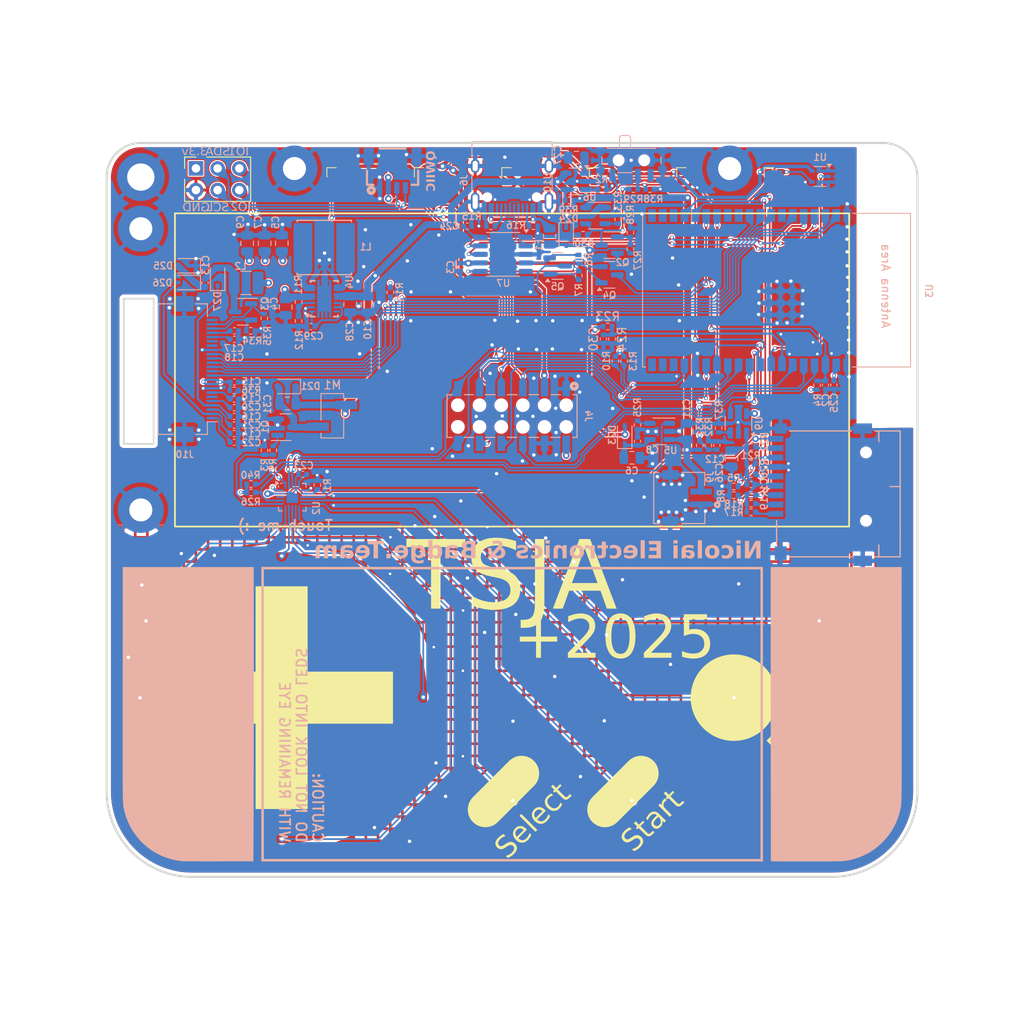
<source format=kicad_pcb>
(kicad_pcb (version 20240108) (generator "pcbnew") (generator_version "8.0")
  (title_block (title "TSJA badge") (date "2024-12-06") (rev "1.0") (company "Nicolai Electronics") (comment 1 "License: CERN Open Hardware Licence Version 2 - Permissive"))
  (layers (0 "F.Cu" signal) (1 "In1.Cu" power) (2 "In2.Cu" power) (31 "B.Cu" signal) (34 "B.Paste" user) (35 "F.Paste" user) (36 "B.SilkS" user "B.Silkscreen") (37 "F.SilkS" user "F.Silkscreen") (38 "B.Mask" user) (39 "F.Mask" user) (44 "Edge.Cuts" user))
  (net 0 "")
  (net 1 "GND")
  (net 2 "VIN")
  (net 3 "Net-(U4-EN)")
  (net 4 "Net-(D23-K)")
  (net 5 "Net-(D27-A)")
  (net 6 "/E-Paper/PREVGL")
  (net 7 "/E-Paper/PREVGH")
  (net 8 "/E-Paper/VGL")
  (net 9 "/E-Paper/VGH")
  (net 10 "Net-(J10-Pin_7)")
  (net 11 "/E-Paper/VSH")
  (net 12 "/E-Paper/VSL")
  (net 13 "/E-Paper/VCOM")
  (net 14 "/USB_VBUS")
  (net 15 "/CC1")
  (net 16 "/CC2")
  (net 17 "Net-(D21-A)")
  (net 18 "Net-(Q1-G)")
  (net 19 "/E-Paper/RESE")
  (net 20 "SD_DET")
  (net 25 "/E-Paper/GDR")
  (net 27 "Net-(D25-A)")
  (net 28 "GNDPWR")
  (net 29 "Net-(U2-VREG)")
  (net 31 "Net-(U2-REXT)")
  (net 32 "Net-(U2-ELE3)")
  (net 33 "Net-(U2-ELE2)")
  (net 34 "Net-(U2-ELE1)")
  (net 35 "Net-(SW6-B)")
  (net 37 "Net-(Q2-G)")
  (net 38 "Net-(U2-ELE0)")
  (net 39 "Net-(Q2-D)")
  (net 40 "Net-(U5-PROG)")
  (net 41 "Net-(U6-SET)")
  (net 42 "Net-(U2-LED1{slash}ELE5)")
  (net 43 "Net-(U2-LED2{slash}ELE6)")
  (net 44 "Net-(U2-LED3{slash}ELE7)")
  (net 45 "Net-(U2-LED0{slash}ELE4)")
  (net 46 "MOTOR")
  (net 47 "CHRG")
  (net 48 "PWR_EN")
  (net 49 "Net-(J2-DAT3{slash}CD)")
  (net 50 "RESET")
  (net 51 "VBUS")
  (net 52 "Net-(U7-V3)")
  (net 53 "Net-(Q4-G)")
  (net 54 "Net-(Q4-S)")
  (net 55 "Net-(Q5-G)")
  (net 56 "BOOT")
  (net 57 "Net-(Q5-S)")
  (net 58 "Net-(U8-DIN)")
  (net 59 "TX")
  (net 60 "RX")
  (net 62 "+3.3V")
  (net 63 "VBATT")
  (net 64 "VBATT_SENSE")
  (net 65 "VSDCARD")
  (net 66 "VLED")
  (net 67 "I2C_SDA")
  (net 68 "I2C_SCL")
  (net 69 "SD_D0")
  (net 70 "SD_CMD")
  (net 71 "Net-(J2-DAT2)")
  (net 72 "Net-(J2-DAT1)")
  (net 73 "SD_CLK")
  (net 74 "E1")
  (net 75 "E0")
  (net 76 "EP_CS")
  (net 77 "EP_RESET")
  (net 78 "EP_BUSY")
  (net 79 "EP_SCK")
  (net 80 "EP_DC")
  (net 81 "EP_DATA")
  (net 82 "Net-(U10-SET)")
  (net 83 "Net-(U9-SET)")
  (net 84 "LED_DATA")
  (net 85 "TOUCH_INT")
  (net 86 "E2")
  (net 87 "E3")
  (net 88 "E4")
  (net 89 "Net-(U11-DIN)")
  (net 90 "Net-(U11-DOUT)")
  (net 91 "Net-(U12-DOUT)")
  (net 92 "Net-(U13-DOUT)")
  (net 93 "Net-(U14-DOUT)")
  (net 94 "LED_OUT")
  (net 96 "/USB_P")
  (net 97 "/USB_N")
  (net 98 "VBUS_SENSE")
  (net 99 "Net-(U4-FB)")
  (net 100 "Net-(L1-Pad2)")
  (net 101 "Net-(L1-Pad1)")
  (footprint "library:SK6805-EC20" (layer "F.Cu") (at 20.5 -38.6 180)
    (property "Reference" "U11" (hide yes))
    (property "Value" "SK6805" (hide yes))
  )
  (footprint "library:SK6805-EC20" (layer "F.Cu") (at -10.25 -38.6 180)
    (property "Reference" "U14" (hide yes))
    (property "Value" "SK6805" (hide yes))
  )
  (footprint "library:SK6805-EC20" (layer "F.Cu") (at -20.5 -38.6 180)
    (property "Reference" "U15" (hide yes))
    (property "Value" "SK6805" (hide yes))
  )
  (footprint "library:TOUCH_BUTTON" (layer "F.Cu") (at 26 22.4)
    (property "Reference" "T3" (hide yes))
    (property "Value" "B" (hide yes))
  )
  (footprint "library:TOUCH_CROSS" (layer "F.Cu") (at -27 22.4)
    (property "Reference" "T5" (hide yes))
    (property "Value" "Cross" (hide yes))
  )
  (footprint "design:board" (layer "F.Cu") (at 0 0)
    (property "Reference" "N1" (hide yes))
    (property "Value" "Board" (hide yes))
  )
  (footprint "library:TOUCH_SELECT" (layer "F.Cu") (at -1 33.4 45)
    (property "Reference" "T1" (hide yes))
    (property "Value" "Select" (hide yes))
  )
  (footprint "library:SAO Female THT Labels" (layer "F.Cu") (at -34.5 -38.35 90)
    (property "Reference" "J3" (hide yes))
    (property "Value" "SAO")
  )
  (footprint "library:TOUCH_SELECT" (layer "F.Cu") (at 13 33.4 45)
    (property "Reference" "T2" (hide yes))
    (property "Value" "Start" (hide yes))
  )
  (footprint "library:TOUCH_BUTTON" (layer "F.Cu") (at 36 13.4)
    (property "Reference" "T4" (hide yes))
    (property "Value" "A" (hide yes))
  )
  (footprint "library:SK6805-EC20" (layer "F.Cu") (at 30.75 -38.6 180)
    (property "Reference" "U8" (hide yes))
    (property "Value" "SK6805" (hide yes))
  )
  (footprint "library:SK6805-EC20" (layer "F.Cu") (at 10.25 -38.6 180)
    (property "Reference" "U12" (hide yes))
    (property "Value" "SK6805" (hide yes))
  )
  (footprint "library:SK6805-EC20" (layer "F.Cu") (at 0 -38.6 180)
    (property "Reference" "U13" (hide yes))
    (property "Value" "SK6805" (hide yes))
  )
  (footprint "Capacitor_SMD:C_0805_2012Metric" (layer "B.Cu") (at 7.5438 -40.879 180)
    (property "Reference" "C27")
    (property "Value" "22u")
  )
  (footprint "library:D_SOD-323" (layer "B.Cu") (at -38.11 -28.21 180)
    (property "Reference" "D25")
    (property "Value" "NSR0320MW2T1G")
  )
  (footprint "Resistor_SMD:R_0402_1005Metric" (layer "B.Cu") (at 25.9842 -1.3312 180)
    (property "Reference" "R8")
    (property "Value" "45.3k")
  )
  (footprint "Capacitor_SMD:C_0805_2012Metric" (layer "B.Cu") (at 25.71 -5.61 -90)
    (property "Reference" "C26")
    (property "Value" "22u")
  )
  (footprint "Capacitor_SMD:C_0805_2012Metric" (layer "B.Cu") (at 14.04 -5.71 180)
    (property "Reference" "C6")
    (property "Value" "10u")
  )
  (footprint "Capacitor_SMD:C_0402_1005Metric" (layer "B.Cu") (at -32.5628 -11.5674 180)
    (property "Reference" "C20")
    (property "Value" "1u")
  )
  (footprint "Capacitor_SMD:C_0402_1005Metric" (layer "B.Cu") (at -32.5628 -10.5514 180)
    (property "Reference" "C16")
    (property "Value" "1u")
  )
  (footprint "Resistor_SMD:R_0402_1005Metric" (layer "B.Cu") (at 22 -7.15 -90)
    (property "Reference" "R31")
    (property "Value" "100k")
  )
  (footprint "Capacitor_SMD:C_0402_1005Metric" (layer "B.Cu") (at -32.5628 -9.5354 180)
    (property "Reference" "C21")
    (property "Value" "1u")
  )
  (footprint "Resistor_SMD:R_0402_1005Metric" (layer "B.Cu") (at -22.81 -2.51 90)
    (property "Reference" "R1")
    (property "Value" "75k")
  )
  (footprint "Resistor_SMD:R_0402_1005Metric" (layer "B.Cu") (at 28 0.66)
    (property "Reference" "R17")
    (property "Value" "10k")
  )
  (footprint "library:Qwiic 1X04_1MM_RA_GND" (layer "B.Cu") (at -14 -37.35)
    (property "Reference" "J1")
    (property "Value" "QWIIC" (hide yes))
  )
  (footprint "Connector_PinHeader_2.54mm:PinHeader_1x02_P2.54mm_Vertical_SMD_Pin1Left" (layer "B.Cu") (at -21.0599 -10.6299 180)
    (property "Reference" "M1")
    (property "Value" "Vibration")
  )
  (footprint "Package_TO_SOT_SMD:SOT-353_SC-70-5" (layer "B.Cu") (at 36.0934 -38.6692 180)
    (property "Reference" "U1")
    (property "Value" "74LVC1G17GW,125")
  )
  (footprint "Resistor_SMD:R_0402_1005Metric" (layer "B.Cu") (at 13.8684 -30.1856 90)
    (property "Reference" "R27")
    (property "Value" "4.7k")
  )
  (footprint "Resistor_SMD:R_0402_1005Metric_Pad0.72x0.64mm_HandSolder" (layer "B.Cu") (at -25.01 -21.725 -90)
    (property "Reference" "R12")
    (property "Value" "180k")
  )
  (footprint "MountingHole:MountingHole_3.2mm_M3_DIN965_Pad_TopOnly" (layer "B.Cu") (at -43.5 -38.6 180)
    (property "Reference" "H1" (hide yes))
    (property "Value" "~" (hide yes))
  )
  (footprint "library:SOT-23" (layer "B.Cu") (at 11.4069 -30.6276 180)
    (property "Reference" "Q2")
    (property "Value" "AP2302B")
  )
  (footprint "Resistor_SMD:R_0402_1005Metric" (layer "B.Cu") (at 28 -1.337137)
    (property "Reference" "R19")
    (property "Value" "10k")
  )
  (footprint "Capacitor_SMD:C_0805_2012Metric" (layer "B.Cu") (at -26.53 -23.3675 -90)
    (property "Reference" "C4")
    (property "Value" "22u")
  )
  (footprint "library:SOT-23" (layer "B.Cu") (at -26.5375 -9.2927)
    (property "Reference" "Q1")
    (property "Value" "AP2302B")
  )
  (footprint "Resistor_SMD:R_0402_1005Metric" (layer "B.Cu") (at 28.01 -6.97)
    (property "Reference" "R22")
    (property "Value" "10k")
  )
  (footprint "Resistor_SMD:R_0402_1005Metric" (layer "B.Cu") (at 12.1158 -17.0518 -90)
    (property "Reference" "R10")
    (property "Value" "4.7k")
  )
  (footprint "library:JST_S2B-ZR-SM4A-TF(LF)(SN)" (layer "B.Cu") (at 20 -1 90)
    (property "Reference" "J9")
    (property "Value" "Battery")
  )
  (footprint "Capacitor_SMD:C_0402_1005Metric" (layer "B.Cu") (at 24 -7.15 90)
    (property "Reference" "C12")
    (property "Value" "100n")
  )
  (footprint "Resistor_SMD:R_0402_1005Metric" (layer "B.Cu") (at 25.9822 -2.3472 180)
    (property "Reference" "R5")
    (property "Value" "45.3k")
  )
  (footprint "Resistor_SMD:R_0402_1005Metric" (layer "B.Cu") (at 12.446 -33.64 -90)
    (property "Reference" "R33")
    (property "Value" "4.7k")
  )
  (footprint "Resistor_SMD:R_0402_1005Metric" (layer "B.Cu") (at 7.8232 -27.0614 -90)
    (property "Reference" "R7")
    (property "Value" "10k")
  )
  (footprint "Resistor_SMD:R_0402_1005Metric" (layer "B.Cu") (at -27.9853 -6.5749 -90)
    (property "Reference" "R9")
    (property "Value" "1k")
  )
  (footprint "Resistor_SMD:R_0402_1005Metric" (layer "B.Cu") (at -14.25 -25.1 -90)
    (property "Reference" "R14")
    (property "Value" "10k")
  )
  (footprint "Capacitor_SMD:C_0402_1005Metric" (layer "B.Cu") (at 37.719 -14.237 90)
    (property "Reference" "C25")
    (property "Value" "100n")
  )
  (footprint "Resistor_SMD:R_0402_1005Metric" (layer "B.Cu") (at -29.0013 -6.5749 -90)
    (property "Reference" "R3")
    (property "Value" "100k")
  )
  (footprint "Resistor_SMD:R_0402_1005Metric" (layer "B.Cu") (at -32.5628 -13.5994)
    (property "Reference" "R36")
    (property "Value" "0")
  )
  (footprint "NetTie:NetTie-2_SMD_Pad0.5mm" (layer "B.Cu") (at -21.96 -27.62 -90)
    (property "Reference" "JP1" (hide yes))
    (property "Value" "~" (hide yes))
  )
  (footprint "Resistor_SMD:R_0402_1005Metric" (layer "B.Cu") (at 13.8684 -32.0906 -90)
    (property "Reference" "R28")
    (property "Value" "4.7k")
  )
  (footprint "Resistor_SMD:R_0402_1005Metric" (layer "B.Cu") (at 23 -7.15 -90)
    (property "Reference" "R32")
    (property "Value" "100k")
  )
  (footprint "library:D_SOD-323" (layer "B.Cu") (at -38.1125 -26.25 180)
    (property "Reference" "D26")
    (property "Value" "NSR0320MW2T1G")
  )
  (footprint "Capacitor_SMD:C_0402_1005Metric" (layer "B.Cu") (at 36.7284 -14.2344 -90)
    (property "Reference" "C2")
    (property "Value" "100n")
  )
  (footprint "Resistor_SMD:R_0402_1005Metric" (layer "B.Cu") (at -30.59 -2.63)
    (property "Reference" "R40")
    (property "Value" "10k")
  )
  (footprint "Capacitor_SMD:C_0402_1005Metric" (layer "B.Cu") (at -24.511 -3.7696)
    (property "Reference" "C23")
    (property "Value" "100n")
  )
  (footprint "Resistor_SMD:R_0402_1005Metric" (layer "B.Cu") (at 28 -3.804269)
    (property "Reference" "R20")
    (property "Value" "10k")
  )
  (footprint "MountingHole:MountingHole_2.7mm_M2.5_Pad_TopOnly" (layer "B.Cu") (at -43.5 0.4 180)
    (property "Reference" "H4" (hide yes))
    (property "Value" "~" (hide yes))
  )
  (footprint "Capacitor_SMD:C_0402_1005Metric" (layer "B.Cu") (at -23.57 -21.08 180)
    (property "Reference" "C29")
    (property "Value" "100n")
  )
  (footprint "Resistor_SMD:R_0402_1005Metric" (layer "B.Cu") (at 24.2 -9.2 90)
    (property "Reference" "R37")
    (property "Value" "10k")
  )
  (footprint "Resistor_SMD:R_0402_1005Metric_Pad0.72x0.64mm_HandSolder" (layer "B.Cu") (at -25.01 -23.9775 -90)
    (property "Reference" "R11")
    (property "Value" "1M")
  )
  (footprint "library:SD_Card-micro_socket_A" (layer "B.Cu") (at 38 -2.35 90)
    (property "Reference" "J2" (hide yes))
    (property "Value" "Micro_SD_Card" (hide yes))
  )
  (footprint "MountingHole:MountingHole_2.7mm_M2.5_Pad_TopOnly" (layer "B.Cu") (at -43.5 -32.55 180)
    (property "Reference" "H3" (hide yes))
    (property "Value" "~" (hide yes))
  )
  (footprint "Package_SO:SSOP-10-1EP_3.9x4.9mm_P1mm_EP2.1x3.3mm" (layer "B.Cu") (at -1.0455 -29.544 180)
    (property "Reference" "U7")
    (property "Value" "CH340K")
  )
  (footprint "Capacitor_SMD:C_0402_1005Metric" (layer "B.Cu") (at -32.5374 -19.5938 180)
    (property "Reference" "C18")
    (property "Value" "1u")
  )
  (footprint "Resistor_SMD:R_0402_1005Metric" (layer "B.Cu") (at 11.21 -21.09 180)
    (property "Reference" "R23")
    (property "Value" "100k")
  )
  (footprint "library:SOT-23" (layer "B.Cu") (at -31.5237 -22.8196 180)
    (property "Reference" "Q3")
    (property "Value" "AP2302B")
  )
  (footprint "library:D_SOD-323" (layer "B.Cu") (at 6.35 -31.642 -90)
    (property "Reference" "D24")
    (property "Value" "NSR0320MW2T1G")
  )
  (footprint "Resistor_SMD:R_0402_1005Metric" (layer "B.Cu") (at -29.0322 -22.0576 90)
    (property "Reference" "R35")
    (property "Value" "100k")
  )
  (footprint "library:D_SOD-323" (layer "B.Cu") (at -34.5 -26.91 90)
    (property "Reference" "D27")
    (property "Value" "NSR0320MW2T1G")
  )
  (footprint "MountingHole:MountingHole_2.7mm_M2.5_Pad_TopOnly" (layer "B.Cu") (at -25.5 -39.6 180)
    (property "Reference" "H6" (hide yes))
    (property "Value" "~" (hide yes))
  )
  (footprint "library:USB_C_Receptacle_HRO_TYPE-C-31-M-12" (layer "B.Cu") (at 0 -38.85)
    (property "Reference" "J6")
    (property "Value" "USB-C" (hide yes))
  )
  (footprint "Resistor_SMD:R_0402_1005Metric" (layer "B.Cu") (at -2.5 -32.85)
    (property "Reference" "R15")
    (property "Value" "5.1k")
  )
  (footprint "Capacitor_SMD:C_0805_2012Metric" (layer "B.Cu") (at -26.3099 -12.0699 180)
    (property "Reference" "C31")
    (property "Value" "22u")
  )
  (footprint "Capacitor_SMD:C_0805_2012Metric" (layer "B.Cu") (at -31.04 -30.83 90)
    (property "Reference" "C9")
    (property "Value" "22u")
  )
  (footprint "Capacitor_SMD:C_0805_2012Metric" (layer "B.Cu") (at -26.98 -30.84 90)
    (property "Reference" "C5")
    (property "Value" "22u")
  )
  (footprint "library:Hirose_FH12-24S-0.5SH_1x24-1MP_P0.50mm_Horizontal" (layer "B.Cu") (at -37 -16.1 90)
    (property "Reference" "J10")
    (property "Value" "E-Paper")
  )
  (footprint "Capacitor_SMD:C_0402_1005Metric" (layer "B.Cu") (at 28 -2.570703)
    (property "Reference" "C1")
    (property "Value" "100n")
  )
  (footprint "Resistor_SMD:R_0402_1005Metric" (layer "B.Cu") (at 14.696 -9.5425 90)
    (property "Reference" "R25")
    (property "Value" "2k")
  )
  (footprint "Resistor_SMD:R_0402_1005Metric" (layer "B.Cu") (at 11.71 -19.63 90)
    (property "Reference" "R24")
    (property "Value" "100k")
  )
  (footprint "Resistor_SMD:R_0402_1005Metric" (layer "B.Cu") (at -30.5816 -1.636 180)
    (property "Reference" "R26")
    (property "Value" "10k")
  )
  (footprint "library:VSON-14_L4.0-W3.0-P0.50-BL-EP_TI_DSJ" (layer "B.Cu") (at -22 -24.35 90)
    (property "Reference" "U4")
    (property "Value" "TPS63020DSJR")
  )
  (footprint "library:SOT-23-5" (layer "B.Cu") (at 17.2895 -8.8 180)
    (property "Reference" "U5")
    (property "Value" "XT4054K421MR-G")
  )
  (footprint "Capacitor_SMD:C_0402_1005Metric" (layer "B.Cu") (at -32.5374 -20.5844 180)
    (property "Reference" "C17")
    (property "Value" "1u")
  )
  (footprint "Capacitor_SMD:C_0402_1005Metric" (layer "B.Cu") (at -6.0452 -28.052 -90)
    (property "Reference" "C3")
    (property "Value" "100n")
  )
  (footprint "Capacitor_SMD:C_0805_2012Metric" (layer "B.Cu") (at -18.97 -23.69 -90)
    (property "Reference" "C28")
    (property "Value" "10u")
  )
  (footprint "Resistor_SMD:R_0402_1005Metric" (layer "B.Cu") (at 16.1544 -37.196)
    (property "Reference" "R38")
    (property "Value" "10k")
  )
  (footprint "Resistor_SMD:R_0402_1005Metric" (layer "B.Cu") (at 35.7378 -14.209 -90)
    (property "Reference" "R4")
    (property "Value" "100k")
  )
  (footprint "Capacitor_SMD:C_0402_1005Metric" (layer "B.Cu") (at -5.2324 -32.8526)
    (property "Reference" "C24")
    (property "Value" "100n")
  )
  (footprint "Capacitor_SMD:C_0805_2012Metric" (layer "B.Cu") (at -28.99 -30.84 90)
    (property "Reference" "C7")
    (property "Value" "22u")
  )
  (footprint "Capacitor_SMD:C_0402_1005Metric" (layer "B.Cu") (at 10.71 -19.64 -90)
    (property "Reference" "C30")
    (property "Value" "100n")
  )
  (footprint "Resistor_SMD:R_0402_1005Metric" (layer "B.Cu") (at 28 -0.34)
    (property "Reference" "R18")
    (property "Value" "10k")
  )
  (footprint "library:EXPANSION" (layer "B.Cu") (at 0 -10.6 180)
    (property "Reference" "J4")
    (property "Value" "EXT" (hide yes))
  )
  (footprint "library:L_1210_3225Metric" (layer "B.Cu") (at -31.1658 -26.1978 180)
    (property "Reference" "L2")
    (property "Value" "47u")
  )
  (footprint "library:IND-SMD_L6.0-W6.0" (layer "B.Cu") (at -22 -30.35)
    (property "Reference" "L1")
    (property "Value" "CMLW6028S1R5MST")
  )
  (footprint "Espressif:ESP32-WROVER-E" (layer "B.Cu") (at 31 -25.35 90)
    (property "Reference" "U3")
    (property "Value" "ESP32-WROVER-E")
  )
  (footprint "Resistor_SMD:R_0402_1005Metric" (layer "B.Cu") (at -30.6324 -20.5844 180)
    (property "Reference" "R34")
    (property "Value" "2.2")
  )
  (footprint "Package_DFN_QFN:UQFN-20_3x3mm_P0.4mm" (layer "B.Cu") (at -25.75 -1.1 -90)
    (property "Reference" "U2")
    (property "Value" "MPR121QR2")
  )
  (footprint "Resistor_SMD:R_0402_1005Metric" (layer "B.Cu") (at 28 -5.047835)
    (property "Reference" "R21")
    (property "Value" "10k")
  )
  (footprint "Capacitor_SMD:C_0805_2012Metric" (layer "B.Cu") (at -16.94 -23.68 -90)
    (property "Reference" "C10")
    (property "Value" "10u")
  )
  (footprint "Capacitor_SMD:C_0402_1005Metric" (layer "B.Cu") (at -32.5628 -12.5834 180)
    (property "Reference" "C19")
    (property "Value" "1u")
  )
  (footprint "library:D_SOD-323" (layer "B.Cu") (at -26.41 -14.07 180)
    (property "Reference" "D21")
    (property "Value" "NSR0320MW2T1G")
  )
  (footprint "Package_TO_SOT_SMD:SOT-23-5" (layer "B.Cu") (at 26.53 -9.7525 90)
    (property "Reference" "U9")
    (property "Value" "SY6280AAC")
  )
  (footprint "MountingHole:MountingHole_3.2mm_M3_DIN965" (layer "B.Cu") (at 43.5 -38.6 180)
    (property "Reference" "H2" (hide yes))
    (property "Value" "~" (hide yes))
  )
  (footprint "Capacitor_SMD:C_0402_1005Metric" (layer "B.Cu") (at -32.5628 -7.5288 180)
    (property "Reference" "C22")
    (property "Value" "470n")
  )
  (footprint "Resistor_SMD:R_0402_1005Metric" (layer "B.Cu") (at 6.731 -35.8752)
    (property "Reference" "R39")
    (property "Value" "10k")
  )
  (footprint "Capacitor_SMD:C_0402_1005Metric" (layer "B.Cu") (at 14.696 -7.6425 -90)
    (property "Reference" "C8")
    (property "Value" "100n")
  )
  (footprint "library:D_SOD-323" (layer "B.Cu") (at 13.2 -8.4025 90)
    (property "Reference" "D23")
    (property "Value" "NSR0320MW2T1G")
  )
  (footprint "Capacitor_SMD:C_0402_1005Metric" (layer "B.Cu") (at -32.5654 -8.5448)
    (property "Reference" "C14")
    (property "Value" "1u")
  )
  (footprint "MountingHole:MountingHole_2.7mm_M2.5_Pad_TopOnly" (layer "B.Cu") (at 25.5 -39.6 180)
    (property "Reference" "H7" (hide yes))
    (property "Value" "~" (hide yes))
  )
  (footprint "Resistor_SMD:R_0402_1005Metric" (layer "B.Cu") (at 8.3292 -31.8366)
    (property "Reference" "R30")
    (property "Value" "100k")
  )
  (footprint "Capacitor_SMD:C_0402_1005Metric" (layer "B.Cu") (at -32.5374 -14.59 180)
    (property "Reference" "C15")
    (property "Value" "4.7u")
  )
  (footprint "Capacitor_SMD:C_0805_2012Metric" (layer "B.Cu") (at 20.47 -8.8 90)
    (property "Reference" "C11")
    (property "Value" "10u")
  )
  (footprint "library:SW_SPDT_PCM12_MP" (layer "B.Cu") (at 13.99 -40.24)
    (property "Reference" "SW6" (hide yes))
    (property "Value" "SW_SPDT")
  )
  (footprint "Resistor_SMD:R_0402_1005Metric" (layer "B.Cu") (at 13.1318 -17.0558 -90)
    (property "Reference" "R13")
    (property "Value" "4.7k")
  )
  (footprint "Package_TO_SOT_SMD:SOT-23" (layer "B.Cu") (at 5.3363 -28.179)
    (property "Reference" "Q5")
    (property "Value" "AO3400 (A09T)")
  )
  (footprint "Package_TO_SOT_SMD:SOT-23" (layer "B.Cu") (at 11.4046 -27.1489)
    (property "Reference" "Q4")
    (property "Value" "AO3400 (A09T)")
  )
  (footprint "Resistor_SMD:R_0402_1005Metric" (layer "B.Cu") (at 14.222 -37.196)
    (property "Reference" "R29")
    (property "Value" "1k")
  )
  (footprint "Resistor_SMD:R_0402_1005Metric" (layer "B.Cu") (at 7.8232 -28.9664 90)
    (property "Reference" "R6")
    (property "Value" "10k")
  )
  (footprint "library:Fuse_0805_2012Metric" (layer "B.Cu") (at 4.4 -31.64 90)
    (property "Reference" "F1")
    (property "Value" "1A" (hide yes))
  )
  (footprint "MountingHole:MountingHole_2.7mm_M2.5_DIN965" (layer "B.Cu") (at 44.5 -12.35 180)
    (property "Reference" "H5" (hide yes))
    (property "Value" "~" (hide yes))
  )
  (footprint "Capacitor_SMD:C_0402_1005Metric" (layer "B.Cu") (at -35.97 -26.22 90)
    (property "Reference" "C13")
    (property "Value" "1u")
  )
  (footprint "Resistor_SMD:R_0402_1005Metric" (layer "B.Cu") (at 2.5 -32.85 180)
    (property "Reference" "R16")
    (property "Value" "5.1k")
  )
  (footprint "library:SOT-23-5" (layer "B.Cu") (at 9.7735 -34.082 180)
    (property "Reference" "U6")
    (property "Value" "SY6280AAC")
  )
  (footprint "Resistor_SMD:R_0402_1005Metric" (layer "B.Cu") (at 10.541 -37.1198)
    (property "Reference" "R2")
    (property "Value" "10k")
  )
  (footprint "Package_TO_SOT_SMD:SOT-23-5" (layer "B.Cu") (at 7.4731 -38.0952 180)
    (property "Reference" "U10")
    (property "Value" "SY6280AAC")
  )
  (gr_rect (start -39.5 -34.35) (end 39.5 2.35) (stroke (width 0.2)) (fill none) (layer "F.SilkS"))
  (gr_line (start -37.5 43.4) (end 37.5 43.4) (stroke (width 0.254)) (layer "Edge.Cuts"))
  (gr_line (start 47.5 33.4) (end 47.5 -38.6) (stroke (width 0.254)) (layer "Edge.Cuts"))
  (gr_arc (start -47.5 -38.6) (mid -46.328427 -41.428427) (end -43.5 -42.6) (stroke (width 0.254)) (layer "Edge.Cuts"))
  (gr_line (start -47.5 -38.6) (end -47.5 33.4) (stroke (width 0.254)) (layer "Edge.Cuts"))
  (gr_line (start 43.5 -42.6) (end -43.5 -42.6) (stroke (width 0.254)) (layer "Edge.Cuts"))
  (gr_arc (start -37.5 43.4) (mid -44.571068 40.471068) (end -47.5 33.4) (stroke (width 0.254)) (layer "Edge.Cuts"))
  (gr_rect (start -45.5 -24.35) (end -42 -7.35) (stroke (width 0.2)) (fill none) (layer "Edge.Cuts"))
  (gr_arc (start 47.5 33.4) (mid 44.571068 40.471068) (end 37.5 43.4) (stroke (width 0.254)) (layer "Edge.Cuts"))
  (gr_arc (start 43.5 -42.6) (mid 46.328427 -41.428427) (end 47.5 -38.6) (stroke (width 0.254)) (layer "Edge.Cuts"))
  (gr_text "QWIIC" (at -8.87 -41.7 90) (layer "B.SilkS") (effects (font (size 1 1) (thickness 0.25) (bold yes)) (justify left bottom mirror)))
  (gr_text "Nicolai Electronics & Badge.Team" (at 29.37 6.41 0) (layer "B.SilkS") (effects (font (size 2 2) (thickness 0.15) (bold yes)) (justify left bottom mirror)))
  (gr_text "CAUTION:\nDO NOT LOOK INTO LEDS\nWITH REMAINING EYE" (at -27.3724 39.51 -90) (layer "B.SilkS") (effects (font (size 1.20904 1.20904) (thickness 0.21336)) (justify left bottom mirror)))
  (gr_text "Touch me :)" (at -20.89 2.93 0) (layer "B.SilkS") (effects (font (size 1.20904 1.20904) (thickness 0.21336)) (justify left bottom mirror)))
  (gr_text "+2025" (at 12 15.65 0) (layer "F.SilkS") (effects (font (size 5 5) (thickness 0.25))))
  (gr_text "TSJA" (at 0 8.65 0) (layer "F.SilkS") (effects (font (size 8 8) (thickness 0.25))))
  (gr_text "B" (at 31.496272 27.9 45) (layer "F.SilkS") (effects (font (size 2.5 2.5))))
  (gr_text "A" (at 41.5 18.9 45) (layer "F.SilkS") (effects (font (size 2.5 2.5))))
  (gr_text "Select" (at 2.5 36.9 45) (layer "F.SilkS") (effects (font (size 2.5 2.5) (thickness 0.25))))
  (gr_text "Start" (at 16.5 36.9 45) (layer "F.SilkS") (effects (font (size 2.5 2.5) (thickness 0.25))))
  (segment (start 11.3118 -38) (end 11.7348 -37.577) (width 0.2) (layer "F.Cu") (net 1))
  (segment (start 10.9 -38) (end 11.3118 -38) (width 0.2) (layer "F.Cu") (net 1))
  (segment (start 21.15 -37.9154) (end 21.6916 -37.3738) (width 0.2) (layer "F.Cu") (net 1))
  (via (at -29.4386 -20.8638) (size 0.45) (drill 0.3) (layers "F.Cu" "B.Cu") (net 1))
  (via (at -36.71 -8.94) (size 0.8) (drill 0.4) (layers "F.Cu" "B.Cu") (net 1))
  (via (at 35.77 -17.87) (size 0.45) (drill 0.3) (layers "F.Cu" "B.Cu") (net 1))
  (via (at 37.44 -17.94) (size 0.45) (drill 0.3) (layers "F.Cu" "B.Cu") (net 1))
  (via (at -15.5194 -38.593) (size 0.8) (drill 0.4) (layers "F.Cu" "B.Cu") (net 1))
  (via (at -28.9759 -7.7941) (size 0.45) (drill 0.3) (layers "F.Cu" "B.Cu") (net 1))
  (via (at -36.72 -23.21) (size 0.8) (drill 0.4) (layers "F.Cu" "B.Cu") (net 1))
  (via (at -36.3 -18.36) (size 0.5) (drill 0.3) (layers "F.Cu" "B.Cu") (net 1))
  (via (at 39.33 -26.85) (size 0.8) (drill 0.4) (layers "F.Cu" "B.Cu") (net 1))
  (via (at 0.66 -10.61) (size 0.8) (drill 0.4) (layers "F.Cu" "B.Cu") (net 1))
  (via (at 16.45 -6.26) (size 0.8) (drill 0.4) (layers "F.Cu" "B.Cu") (net 1))
  (via (at 21.76 -15.37) (size 0.8) (drill 0.4) (layers "F.Cu" "B.Cu") (net 1))
  (via (at -14.25 3.6) (size 0.5) (drill 0.3) (layers "F.Cu" "B.Cu") (net 1))
  (via (at 21.73 -17.94) (size 0.8) (drill 0.4) (layers "F.Cu" "B.Cu") (net 1))
  (via (at -18.03 -41.09) (size 0.8) (drill 0.4) (layers "F.Cu" "B.Cu") (net 1))
  (via (at 0.65 -21.71) (size 0.8) (drill 0.4) (layers "F.Cu" "B.Cu") (net 1))
  (via (at 10.81 25.11) (size 0.8) (drill 0.4) (layers "F.Cu" "B.Cu") (net 1))
  (via (at 2.81 -21.78) (size 0.8) (drill 0.4) (layers "F.Cu" "B.Cu") (net 1))
  (via (at 3.01 -32.01) (size 0.5) (drill 0.3) (layers "F.Cu" "B.Cu") (net 1))
  (via (at 12.75 -19.54) (size 0.45) (drill 0.3) (layers "F.Cu" "B.Cu") (net 1))
  (via (at 22.67 0.54) (size 0.8) (drill 0.4) (layers "F.Cu" "B.Cu") (net 1))
  (via (at -4.2 -10.55) (size 0.8) (drill 0.4) (layers "F.Cu" "B.Cu") (net 1))
  (via (at 8.02 31.65) (size 0.8) (drill 0.4) (layers "F.Cu" "B.Cu") (net 1))
  (via (at -40.13 -8.98) (size 0.8) (drill 0.4) (layers "F.Cu" "B.Cu") (net 1))
  (via (at 2.55 -6.04) (size 0.8) (drill 0.4) (layers "F.Cu" "B.Cu") (net 1))
  (via (at 12.94 8.58) (size 0.8) (drill 0.4) (layers "F.Cu" "B.Cu") (net 1))
  (via (at -40.16 -7.88) (size 0.8) (drill 0.4) (layers "F.Cu" "B.Cu") (net 1))
  (via (at 11.79 -11.49) (size 0.8) (drill 0.4) (layers "F.Cu" "B.Cu") (net 1))
  (via (at -11.87 -21.76) (size 0.8) (drill 0.4) (layers "F.Cu" "B.Cu") (net 1))
  (via (at -5.12 -7.12) (size 0.8) (drill 0.4) (layers "F.Cu" "B.Cu") (net 1))
  (via (at -11.86 -33.02) (size 0.8) (drill 0.4) (layers "F.Cu" "B.Cu") (net 1))
  (via (at -12.27 -28.78) (size 0.8) (drill 0.4) (layers "F.Cu" "B.Cu") (net 1))
  (via (at 4.77 -21.76) (size 0.8) (drill 0.4) (layers "F.Cu" "B.Cu") (net 1))
  (via (at -40.16 -23.3) (size 0.8) (drill 0.4) (layers "F.Cu" "B.Cu") (net 1))
  (via (at 39.28 -35.47) (size 0.8) (drill 0.4) (layers "F.Cu" "B.Cu") (net 1))
  (via (at 31.04 -26.38) (size 0.8) (drill 0.4) (layers "F.Cu" "B.Cu") (net 1))
  (via (at -28.72 -17.87) (size 0.8) (drill 0.4) (layers "F.Cu" "B.Cu") (net 1))
  (via (at -34.11 -13.89) (size 0.45) (drill 0.3) (layers "F.Cu" "B.Cu") (net 1))
  (via (at -14.29 7.89) (size 0.5) (drill 0.3) (layers "F.Cu" "B.Cu") (net 1))
  (via (at 39.26 -28.21) (size 0.8) (drill 0.4) (layers "F.Cu" "B.Cu") (net 1))
  (via (at 17.48 0.68) (size 0.8) (drill 0.4) (layers "F.Cu" "B.Cu") (net 1))
  (via (at -31.37 -19.8) (size 0.45) (drill 0.3) (layers "F.Cu" "B.Cu") (net 1))
  (via (at -16.96 -21.54) (size 0.8) (drill 0.4) (layers "F.Cu" "B.Cu") (net 1))
  (via (at 32.41 -4.27) (size 0.5) (drill 0.3) (layers "F.Cu" "B.Cu") (net 1))
  (via (at 7.93 -13.4) (size 0.8) (drill 0.4) (layers "F.Cu" "B.Cu") (net 1))
  (via (at 24.61 -2.38) (size 0.8) (drill 0.4) (layers "F.Cu" "B.Cu") (net 1))
  (via (at 16.47 -5) (size 0.8) (drill 0.4) (layers "F.Cu" "B.Cu") (net 1))
  (via (at -9.17 16.48) (size 0.5) (drill 0.3) (layers "F.Cu" "B.Cu") (net 1))
  (via (at 7.27 6.49) (size 0.8) (drill 0.4) (layers "F.Cu" "B.Cu") (net 1))
  (via (at -16.12 37.62) (size 0.8) (drill 0.4) (layers "F.Cu" "B.Cu") (net 1))
  (via (at -6 -0.65) (size 0.8) (drill 0.4) (layers "F.Cu" "B.Cu") (net 1))
  (via (at 2.06 -35.96) (size 0.5) (drill 0.3) (layers "F.Cu" "B.Cu") (net 1))
  (via (at -5.76 19.25) (size 0.5) (drill 0.3) (layers "F.Cu" "B.Cu") (net 1))
  (via (at 7.62 -38.1104) (size 0.45) (drill 0.3) (layers "F.Cu" "B.Cu") (net 1))
  (via (at -8.58 -31.81) (size 0.8) (drill 0.4) (layers "F.Cu" "B.Cu") (net 1))
  (via (at 0.44 12.65) (size 0.8) (drill 0.4) (layers "F.Cu" "B.Cu") (net 1))
  (via (at -17.86 -17.89) (size 0.8) (drill 0.4) (layers "F.Cu" "B.Cu") (net 1))
  (via (at -31.4452 -12.5834) (size 0.45) (drill 0.3) (layers "F.Cu" "B.Cu") (net 1))
  (via (at -1.14 -10.61) (size 0.8) (drill 0.4) (layers "F.Cu" "B.Cu") (net 1))
  (via (at 0.75 -18.46) (size 0.8) (drill 0.4) (layers "F.Cu" "B.Cu") (net 1))
  (via (at 39.45 -19.51) (size 0.8) (drill 0.4) (layers "F.Cu" "B.Cu") (net 1))
  (via (at -36.8 -27.39) (size 0.8) (drill 0.4) (layers "F.Cu" "B.Cu") (net 1))
  (via (at -21.97 -29.69) (size 0.8) (drill 0.4) (layers "F.Cu" "B.Cu") (net 1))
  (via (at 20.31 -0.71) (size 0.8) (drill 0.4) (layers "F.Cu" "B.Cu") (net 1))
  (via (at -11.84 -25.15) (size 0.8) (drill 0.4) (layers "F.Cu" "B.Cu") (net 1))
  (via (at -31.3944 -8.5448) (size 0.45) (drill 0.3) (layers "F.Cu" "B.Cu") (net 1))
  (via (at 2.15 -25.15) (size 0.8) (drill 0.4) (layers "F.Cu" "B.Cu") (net 1))
  (via (at -24.2 -23.2) (size 0.45) (drill 0.3) (layers "F.Cu" "B.Cu") (net 1))
  (via (at -20.91 -0.13) (size 0.5) (drill 0.3) (layers "F.Cu" "B.Cu") (net 1))
  (via (at -31.369 -11.5674) (size 0.45) (drill 0.3) (layers "F.Cu" "B.Cu") (net 1))
  (via (at -18.06 -26.4) (size 0.8) (drill 0.4) (layers "F.Cu" "B.Cu") (net 1))
  (via (at 3.95 3.69) (size 0.8) (drill 0.4) (layers "F.Cu" "B.Cu") (net 1))
  (via (at 34.07 -25.3) (size 0.8) (drill 0.4) (layers "F.Cu" "B.Cu") (net 1))
  (via (at 13.99 -27.22) (size 0.8) (drill 0.4) (layers "F.Cu" "B.Cu") (net 1))
  (via (at -44.95 17.67) (size 0.8) (drill 0.4) (layers "F.Cu" "B.Cu") (net 1))
  (via (at 32.23 -21.52) (size 0.8) (drill 0.4) (layers "F.Cu" "B.Cu") (net 1))
  (via (at 7.77 -15.27) (size 0.8) (drill 0.4) (layers "F.Cu" "B.Cu") (net 1))
  (via (at 17.79 -2.6) (size 0.8) (drill 0.4) (layers "F.Cu" "B.Cu") (net 1))
  (via (at 32.39 -5.03) (size 0.5) (drill 0.3) (layers "F.Cu" "B.Cu") (net 1))
  (via (at 17.03 -3.5) (size 0.8) (drill 0.4) (layers "F.Cu" "B.Cu") (net 1))
  (via (at 20.33 0.4) (size 0.8) (drill 0.4) (layers "F.Cu" "B.Cu") (net 1))
  (via (at -15.494 -36.0784) (size 0.8) (drill 0.4) (layers "F.Cu" "B.Cu") (net 1))
  (via (at 19.28 -15.26) (size 0.45) (drill 0.3) (layers "F.Cu" "B.Cu") (net 1))
  (via (at 35.27 -19.24) (size 0.45) (drill 0.3) (layers "F.Cu" "B.Cu") (net 1))
  (via (at -9.35 -6.77) (size 0.8) (drill 0.4) (layers "F.Cu" "B.Cu") (net 1))
  (via (at 4.73 -18.46) (size 0.8) (drill 0.4) (layers "F.Cu" "B.Cu") (net 1))
  (via (at 19.99 -3.67) (size 0.8) (drill 0.4) (layers "F.Cu" "B.Cu") (net 1))
  (via (at -27.475 -9.549) (size 0.8) (drill 0.4) (layers "F.Cu" "B.Cu") (net 1))
  (via (at -31.4198 -14.5646) (size 0.45) (drill 0.3) (layers "F.Cu" "B.Cu") (net 1))
  (via (at 5.12 -11.51) (size 0.8) (drill 0.4) (layers "F.Cu" "B.Cu") (net 1))
  (via (at 15.22 -34.29) (size 0.8) (drill 0.4) (layers "F.Cu" "B.Cu") (net 1))
  (via (at 11.08 15.03) (size 0.8) (drill 0.4) (layers "F.Cu" "B.Cu") (net 1))
  (via (at 17.17 1.76) (size 0.8) (drill 0.4) (layers "F.Cu" "B.Cu") (net 1))
  (via (at 26.56 9.07) (size 0.8) (drill 0.4) (layers "F.Cu" "B.Cu") (net 1))
  (via (at -11.37 2.26) (size 0.8) (drill 0.4) (layers "F.Cu" "B.Cu") (net 1))
  (via (at -7.21 -25.15) (size 0.8) (drill 0.4) (layers "F.Cu" "B.Cu") (net 1))
  (via (at -0.84 -40.93) (size 0.8) (drill 0.4) (layers "F.Cu" "B.Cu") (net 1))
  (via (at 31.5 -20.19) (size 0.45) (drill 0.3) (layers "F.Cu" "B.Cu") (net 1))
  (via (at -36.69 -7.88) (size 0.8) (drill 0.4) (layers "F.Cu" "B.Cu") (net 1))
  (via (at -43.38 9.2) (size 0.8) (drill 0.4) (layers "F.Cu" "B.Cu") (net 1))
  (via (at 18.37 0.63) (size 0.8) (drill 0.4) (layers "F.Cu" "B.Cu") (net 1))
  (via (at -7.79 33.97) (size 0.8) (drill 0.4) (layers "F.Cu" "B.Cu") (net 1))
  (via (at 39.46 -18.02) (size 0.8) (drill 0.4) (layers "F.Cu" "B.Cu") (net 1))
  (via (at 18.7 -2.61) (size 0.8) (drill 0.4) (layers "F.Cu" "B.Cu") (net 1))
  (via (at 21.54 0.6) (size 0.8) (drill 0.4) (layers "F.Cu" "B.Cu") (net 1))
  (via (at -19.09 -21.58) (size 0.8) (drill 0.4) (layers "F.Cu" "B.Cu") (net 1))
  (via (at -36.19 -13.85) (size 0.5) (drill 0.3) (layers "F.Cu" "B.Cu") (net 1))
  (via (at 19.27 0.68) (size 0.8) (drill 0.4) (layers "F.Cu" "B.Cu") (net 1))
  (via (at -34.87 5.73) (size 0.8) (drill 0.4) (layers "F.Cu" "B.Cu") (net 1))
  (via (at -2.34 -18.93) (size 0.8) (drill 0.4) (layers "F.Cu" "B.Cu") (net 1))
  (via (at 15.48 -1.1) (size 0.8) (drill 0.4) (layers "F.Cu" "B.Cu") (net 1))
  (via (at -23.95 4.56) (size 0.5) (drill 0.3) (layers "F.Cu" "B.Cu") (net 1))
  (via (at 39.37 -24.05) (size 0.8) (drill 0.4) (layers "F.Cu" "B.Cu") (net 1))
  (via (at -23.5712 -2.144) (size 0.45) (drill 0.3) (layers "F.Cu" "B.Cu") (net 1))
  (via (at 19.94 1.49) (size 0.8) (drill 0.4) (layers "F.Cu" "B.Cu") (net 1))
  (via (at -40.1 -24.33) (size 0.8) (drill 0.4) (layers "F.Cu" "B.Cu") (net 1))
  (via (at -42.89 13.41) (size 0.8) (drill 0.4) (layers "F.Cu" "B.Cu") (net 1))
  (via (at 1.22 -5.33) (size 0.8) (drill 0.4) (layers "F.Cu" "B.Cu") (net 1))
  (via (at 19.56 -8.84) (size 0.8) (drill 0.4) (layers "F.Cu" "B.Cu") (net 1))
  (via (at -32.57 -31.88) (size 0.8) (drill 0.4) (layers "F.Cu" "B.Cu") (net 1))
  (via (at 12.06 -34.93) (size 0.45) (drill 0.3) (layers "F.Cu" "B.Cu") (net 1))
  (via (at 18.57 18.5) (size 0.8) (drill 0.4) (layers "F.Cu" "B.Cu") (net 1))
  (via (at -30.95 -33.07) (size 0.8) (drill 0.4) (layers "F.Cu" "B.Cu") (net 1))
  (via (at -25.3492 -1.6614) (size 0.45) (drill 0.3) (layers "F.Cu" "B.Cu") (net 1))
  (via (at -36.78 -24.35) (size 0.8) (drill 0.4) (layers "F.Cu" "B.Cu") (net 1))
  (via (at 39.49 -15.2) (size 0.8) (drill 0.4) (layers "F.Cu" "B.Cu") (net 1))
  (via (at -9.06 1.18) (size 0.8) (drill 0.4) (layers "F.Cu" "B.Cu") (net 1))
  (via (at -20.91 -1.28) (size 0.5) (drill 0.3) (layers "F.Cu" "B.Cu") (net 1))
  (via (at 19.64 -2.62) (size 0.8) (drill 0.4) (layers "F.Cu" "B.Cu") (net 1))
  (via (at -22.8346 -3.668) (size 0.45) (drill 0.3) (layers "F.Cu" "B.Cu") (net 1))
  (via (at -1.99 -35.97) (size 0.5) (drill 0.3) (layers "F.Cu" "B.Cu") (net 1))
  (via (at -17.38 -28.11) (size 0.8) (drill 0.4) (layers "F.Cu" "B.Cu") (net 1))
  (via (at -2.01 -21.82) (size 0.8) (drill 0.4) (layers "F.Cu" "B.Cu") (net 1))
  (via (at 2.68 9.07) (size 0.8) (drill 0.4) (layers "F.Cu" "B.Cu") (net 1))
  (via (at -2.57 -15.6) (size 0.8) (drill 0.4) (layers "F.Cu" "B.Cu") (net 1))
  (via (at 10.04 -21.83) (size 0.8) (drill 0.4) (layers "F.Cu" "B.Cu") (net 1))
  (via (at 26.21 -3.38) (size 0.45) (drill 0.3) (layers "F.Cu" "B.Cu") (net 1))
  (via (at -31.369 -7.5288) (size 0.45) (drill 0.3) (layers "F.Cu" "B.Cu") (net 1))
  (via (at -5.76 29.26) (size 0.5) (drill 0.3) (layers "F.Cu" "B.Cu") (net 1))
  (via (at 8.14 -18.38) (size 0.8) (drill 0.4) (layers "F.Cu" "B.Cu") (net 1))
  (via (at -38.75 5.51) (size 0.8) (drill 0.4) (layers "F.Cu" "B.Cu") (net 1))
  (via (at 2.88 -18.39) (size 0.8) (drill 0.4) (layers "F.Cu" "B.Cu") (net 1))
  (via (at -15.58 -23.92) (size 0.8) (drill 0.4) (layers "F.Cu" "B.Cu") (net 1))
  (via (at 5 19.92) (size 0.8) (drill 0.4) (layers "F.Cu" "B.Cu") (net 1))
  (via (at 33.98 -22.3) (size 0.8) (drill 0.4) (layers "F.Cu" "B.Cu") (net 1))
  (via (at 4.33 -33.86) (size 0.5) (drill 0.3) (layers "F.Cu" "B.Cu") (net 1))
  (via (at 32.51 -17.87) (size 0.45) (drill 0.3) (layers "F.Cu" "B.Cu") (net 1))
  (via (at 39.41 -20.98) (size 0.8) (drill 0.4) (layers "F.Cu" "B.Cu") (net 1))
  (via (at 34.05 -23.74) (size 0.8) (drill 0.4) (layers "F.Cu" "B.Cu") (net 1))
  (via (at 28.89 -22.5) (size 0.8) (drill 0.4) (layers "F.Cu" "B.Cu") (net 1))
  (via (at 39.35 -25.41) (size 0.8) (drill 0.4) (layers "F.Cu" "B.Cu") (net 1))
  (via (at 5.18 -6.06) (size 0.8) (drill 0.4) (layers "F.Cu" "B.Cu") (net 1))
  (via (at -31.369 -10.526) (size 0.45) (drill 0.3) (layers "F.Cu" "B.Cu") (net 1))
  (via (at 14.04 -3.01) (size 0.8) (drill 0.4) (layers "F.Cu" "B.Cu") (net 1))
  (via (at -17.18 -32.43) (size 0.8) (drill 0.4) (layers "F.Cu" "B.Cu") (net 1))
  (via (at 18.81 -29.11) (size 0.8) (drill 0.4) (layers "F.Cu" "B.Cu") (net 1))
  (via (at 29.69 -4.62) (size 0.5) (drill 0.3) (layers "F.Cu" "B.Cu") (net 1))
  (via (at -22.57 -28.82) (size 0.8) (drill 0.4) (layers "F.Cu" "B.Cu") (net 1))
  (via (at 19.61 -21.77) (size 0.8) (drill 0.4) (layers "F.Cu" "B.Cu") (net 1))
  (via (at 28.92 -25.2) (size 0.8) (drill 0.4) (layers "F.Cu" "B.Cu") (net 1))
  (via (at -21.67 -4.09) (size 0.8) (drill 0.4) (layers "F.Cu" "B.Cu") (net 1))
  (via (at -5.74 12.19) (size 0.5) (drill 0.3) (layers "F.Cu" "B.Cu") (net 1))
  (via (at -24.8666 -4.3284) (size 0.45) (drill 0.3) (layers "F.Cu" "B.Cu") (net 1))
  (via (at 17.3736 -37.196) (size 0.45) (drill 0.3) (layers "F.Cu" "B.Cu") (net 1))
  (via (at -12.38 -41.24) (size 0.8) (drill 0.4) (layers "F.Cu" "B.Cu") (net 1))
  (via (at -28.99 -33) (size 0.8) (drill 0.4) (layers "F.Cu" "B.Cu") (net 1))
  (via (at 5.16 -8.67) (size 0.8) (drill 0.4) (layers "F.Cu" "B.Cu") (net 1))
  (via (at 26.48 -9.86) (size 0.45) (drill 0.3) (layers "F.Cu" "B.Cu") (net 1))
  (via (at -15.64 -41.11) (size 0.8) (drill 0.4) (layers "F.Cu" "B.Cu") (net 1))
  (via (at -6.97 -5.89) (size 0.8) (drill 0.4) (layers "F.Cu" "B.Cu") (net 1))
  (via (at -37.04 -29.05) (size 0.8) (drill 0.4) (layers "F.Cu" "B.Cu") (net 1))
  (via (at 31.06 -21.49) (size 0.8) (drill 0.4) (layers "F.Cu" "B.Cu") (net 1))
  (via (at 7.9248 -36.1038) (size 0.45) (drill 0.3) (layers "F.Cu" "B.Cu") (net 1))
  (via (at -18.02 -21.57) (size 0.8) (drill 0.4) (layers "F.Cu" "B.Cu") (net 1))
  (via (at -21.42 -28.91) (size 0.8) (drill 0.4) (layers "F.Cu" "B.Cu") (net 1))
  (via (at 11.7348 -37.577) (size 0.45) (drill 0.3) (layers "F.Cu" "B.Cu") (net 1))
  (via (at 15.92 -8.79) (size 0.8) (drill 0.4) (layers "F.Cu" "B.Cu") (net 1))
  (via (at 2.45 -10.57) (size 0.8) (drill 0.4) (layers "F.Cu" "B.Cu") (net 1))
  (via (at 19.52 -25.96) (size 0.8) (drill 0.4) (layers "F.Cu" "B.Cu") (net 1))
  (via (at 0.11 25.16) (size 0.8) (drill 0.4) (layers "F.Cu" "B.Cu") (net 1))
  (via (at 16.86 -8.79) (size 0.8) (drill 0.4) (layers "F.Cu" "B.Cu") (net 1))
  (via (at -24.22 -22.64) (size 0.45) (drill 0.3) (layers "F.Cu" "B.Cu") (net 1))
  (via (at 5.03 -15.26) (size 0.8) (drill 0.4) (layers "F.Cu" "B.Cu") (net 1))
  (via (at 39.26 -29.84) (size 0.8) (drill 0.4) (layers "F.Cu" "B.Cu") (net 1))
  (via (at 39.24 -31.32) (size 0.8) (drill 0.4) (layers "F.Cu" "B.Cu") (net 1))
  (via (at 8.21 -21.79) (size 0.8) (drill 0.4) (layers "F.Cu" "B.Cu") (net 1))
  (via (at -12.01 39.23) (size 0.8) (drill 0.4) (layers "F.Cu" "B.Cu") (net 1))
  (via (at -28.72 -14.48) (size 0.8) (drill 0.4) (layers "F.Cu" "B.Cu") (net 1))
  (via (at 32.67 -26.41) (size 0.8) (drill 0.4) (layers "F.Cu" "B.Cu") (net 1))
  (via (at -31.3944 -9.51) (size 0.45) (drill 0.3) (layers "F.Cu" "B.Cu") (net 1))
  (via (at 34.3662 -38.0088) (size 0.45) (drill 0.3) (layers "F.Cu" "B.Cu") (net 1))
  (via (at -17.97 -23.46) (size 0.8) (drill 0.4) (layers "F.Cu" "B.Cu") (net 1))
  (via (at 28.93 -23.82) (size 0.8) (drill 0.4) (layers "F.Cu" "B.Cu") (net 1))
  (via (at -3.89 -32.86) (size 0.5) (drill 0.3) (layers "F.Cu" "B.Cu") (net 1))
  (via (at 2.55 -15.03) (size 0.8) (drill 0.4) (layers "F.Cu" "B.Cu") (net 1))
  (via (at -1.81 -3.85) (size 0.8) (drill 0.4) (layers "F.Cu" "B.Cu") (net 1))
  (via (at 23.66 0.49) (size 0.8) (drill 0.4) (layers "F.Cu" "B.Cu") (net 1))
  (via (at -5.22 8.38) (size 0.8) (drill 0.4) (layers "F.Cu" "B.Cu") (net 1))
  (via (at -8.91 30.05) (size 0.8) (drill 0.4) (layers "F.Cu" "B.Cu") (net 1))
  (via (at -26.9 -33.05) (size 0.8) (drill 0.4) (layers "F.Cu" "B.Cu") (net 1))
  (via (at 39.37 -22.54) (size 0.8) (drill 0.4) (layers "F.Cu" "B.Cu") (net 1))
  (via (at -3.21 14.76) (size 0.8) (drill 0.4) (layers "F.Cu" "B.Cu") (net 1))
  (via (at -14.62 -15.84) (size 0.8) (drill 0.4) (layers "F.Cu" "B.Cu") (net 1))
  (via (at -2.89 2.41) (size 0.5) (drill 0.3) (layers "F.Cu" "B.Cu") (net 1))
  (via (at 21.6916 -37.3738) (size 0.45) (drill 0.3) (layers "F.Cu" "B.Cu") (net 1))
  (via (at 39.28 -32.77) (size 0.8) (drill 0.4) (layers "F.Cu" "B.Cu") (net 1))
  (via (at 13.96 -40.57) (size 0.8) (drill 0.4) (layers "F.Cu" "B.Cu") (net 1))
  (segment (start 27.043227 -3.38) (end 26.21 -3.38) (width 0.25) (layer "B.Cu") (net 1))
  (segment (start 3.25 -34.62) (end 4.06 -33.81) (width 0.4) (layer "B.Cu") (net 1))
  (segment (start -31.4198 -9.5354) (end -31.3944 -9.51) (width 0.2) (layer "B.Cu") (net 1))
  (segment (start -25.35 -1.6622) (end -25.3492 -1.6614) (width 0.2) (layer "B.Cu") (net 1))
  (segment (start 31.994968 -4.634968) (end 32.39 -5.03) (width 0.2) (layer "B.Cu") (net 1))
  (segment (start 18.427 -8.8) (end 19.52 -8.8) (width 0.4) (layer "B.Cu") (net 1))
  (segment (start 12.06 -34.839764) (end 11.302236 -34.082) (width 0.4) (layer "B.Cu") (net 1))
  (segment (start -29.0013 -7.0849) (end -29.0013 -7.7687) (width 0.2) (layer "B.Cu") (net 1))
  (segment (start 21.475 -15.655) (end 21.475 -16.6) (width 0.5) (layer "B.Cu") (net 1))
  (segment (start 19.52 -8.8) (end 19.56 -8.84) (width 0.4) (layer "B.Cu") (net 1))
  (segment (start -22.81 -3.02) (end -22.81 -3.6434) (width 0.2) (layer "B.Cu") (net 1))
  (segment (start -36.29 -18.35) (end -36.3 -18.36) (width 0.2) (layer "B.Cu") (net 1))
  (segment (start -35.15 -13.85) (end -34.15 -13.85) (width 0.25) (layer "B.Cu") (net 1))
  (segment (start -23.8152 -1.9) (end -23.5712 -2.144) (width 0.2) (layer "B.Cu") (net 1))
  (segment (start 27.52 -2.570703) (end 27.52 -2.903227) (width 0.25) (layer "B.Cu") (net 1))
  (segment (start 19.56 -8.84) (end 20.47 -9.75) (width 0.4) (layer "B.Cu") (net 1))
  (segment (start -15.972762 -23.554066) (end -15.593414 -23.933414) (width 0.8) (layer "B.Cu") (net 1))
  (segment (start -24.991 -4.204) (end -24.8666 -4.3284) (width 0.2) (layer "B.Cu") (net 1))
  (segment (start -27.475 -10.2427) (end -27.475 -9.549) (width 0.8) (layer "B.Cu") (net 1))
  (segment (start -21.96 -29.68) (end -21.97 -29.69) (width 0.8) (layer "B.Cu") (net 1))
  (segment (start 21.76 -15.37) (end 21.475 -15.655) (width 0.5) (layer "B.Cu") (net 1))
  (segment (start -24.3625 -1.9) (end -23.8152 -1.9) (width 0.2) (layer "B.Cu") (net 1))
  (segment (start -31.4452 -14.59) (end -31.4198 -14.5646) (width 0.2) (layer "B.Cu") (net 1))
  (segment (start -24.05 -23.35) (end -24.2 -23.2) (width 0.25) (layer "B.Cu") (net 1))
  (segment (start -23.45 -23.35) (end -24.05 -23.35) (width 0.25) (layer "B.Cu") (net 1))
  (segment (start 3.01 -32.85) (end 3.01 -32.01) (width 0.4) (layer "B.Cu") (net 1))
  (segment (start 11.7602 -37.45) (end 11.7602 -37.5516) (width 0.2) (layer "B.Cu") (net 1))
  (segment (start 12.06 -34.93) (end 12.06 -34.839764) (width 0.4) (layer "B.Cu") (net 1))
  (segment (start 11.43 -37.1198) (end 11.7602 -37.45) (width 0.2) (layer "B.Cu") (net 1))
  (segment (start -25.35 -2.4875) (end -25.35 -1.6622) (width 0.2) (layer "B.Cu") (net 1))
  (segment (start 21.475 -17.685) (end 21.475 -16.6) (width 0.5) (layer "B.Cu") (net 1))
  (segment (start -21.96 -28.73) (end -21.96 -29.68) (width 0.8) (layer "B.Cu") (net 1))
  (segment (start 7.6962 -35.8752) (end 7.9248 -36.1038) (width 0.2) (layer "B.Cu") (net 1))
  (segment (start -29.0013 -7.7687) (end -28.9759 -7.7941) (width 0.2) (layer "B.Cu") (net 1))
  (segment (start -22.81 -3.6434) (end -22.8346 -3.668) (width 0.2) (layer "B.Cu") (net 1))
  (segment (start 8.6106 -38.0952) (end 7.6352 -38.0952) (width 0.4) (layer "B.Cu") (net 1))
  (segment (start -15.972762 -23.132762) (end -15.972762 -23.554066) (width 0.8) (layer "B.Cu") (net 1))
  (segment (start 11.7602 -37.5516) (end 11.7348 -37.577) (width 0.2) (layer "B.Cu") (net 1))
  (segment (start -32.0828 -9.5354) (end -31.4198 -9.5354) (width 0.2) (layer "B.Cu") (net 1))
  (segment (start -25.35 -3.4106) (end -24.991 -3.7696) (width 0.2) (layer "B.Cu") (net 1))
  (segment (start -35.15 -18.35) (end -36.29 -18.35) (width 0.2) (layer "B.Cu") (net 1))
  (segment (start -21.96 -28.12) (end -21.96 -28.73) (width 0.8) (layer "B.Cu") (net 1))
  (segment (start 21.73 -17.94) (end 21.475 -17.685) (width 0.5) (layer "B.Cu") (net 1))
  (segment (start 16.6644 -37.196) (end 17.3736 -37.196) (width 0.2) (layer "B.Cu") (net 1))
  (segment (start -32.0574 -14.59) (end -31.4452 -14.59) (width 0.2) (layer "B.Cu") (net 1))
  (segment (start 30.978145 -4.634968) (end 32.045032 -4.634968) (width 0.2) (layer "B.Cu") (net 1))
  (segment (start 4.36 -33.81) (end 4.36 -33.83) (width 0.4) (layer "B.Cu") (net 1))
  (segment (start 29.69 -4.62) (end 30.963177 -4.62) (width 0.2) (layer "B.Cu") (net 1))
  (segment (start -32.0828 -10.5514) (end -31.3944 -10.5514) (width 0.2) (layer "B.Cu") (net 1))
  (segment (start 7.6352 -38.0952) (end 7.62 -38.1104) (width 0.4) (layer "B.Cu") (net 1))
  (segment (start 30.978145 -4.634968) (end 31.994968 -4.634968) (width 0.2) (layer "B.Cu") (net 1))
  (segment (start -21.96 -28.73) (end -21.6 -28.73) (width 0.8) (layer "B.Cu") (net 1))
  (segment (start 11.051 -37.1198) (end 11.43 -37.1198) (width 0.2) (layer "B.Cu") (net 1))
  (segment (start 7.241 -35.8752) (end 7.6962 -35.8752) (width 0.2) (layer "B.Cu") (net 1))
  (segment (start -21.96 -28.73) (end -22.48 -28.73) (width 0.8) (layer "B.Cu") (net 1))
  (segment (start -16.375524 -22.73) (end -15.972762 -23.132762) (width 0.8) (layer "B.Cu") (net 1))
  (segment (start -16.94 -22.73) (end -16.375524 -22.73) (width 0.8) (layer "B.Cu") (net 1))
  (segment (start -32.0828 -7.5288) (end -31.369 -7.5288) (width 0.2) (layer "B.Cu") (net 1))
  (segment (start -27.475 -9.549) (end -27.4773 -9.5467) (width 0.8) (layer "B.Cu") (net 1))
  (segment (start -32.0854 -8.5448) (end -31.3944 -8.5448) (width 0.2) (layer "B.Cu") (net 1))
  (segment (start 4.06 -33.81) (end 4.36 -33.81) (width 0.4) (layer "B.Cu") (net 1))
  (segment (start -34.15 -13.85) (end -34.11 -13.89) (width 0.25) (layer "B.Cu") (net 1))
  (segment (start -25.35 -2.4875) (end -25.35 -3.4106) (width 0.2) (layer "B.Cu") (net 1))
  (segment (start 32.045032 -4.634968) (end 32.41 -4.27) (width 0.2) (layer "B.Cu") (net 1))
  (segment (start -21.6 -28.73) (end -21.42 -28.91) (width 0.8) (layer "B.Cu") (net 1))
  (segment (start -32.0828 -12.5834) (end -31.4452 -12.5834) (width 0.2) (layer "B.Cu") (net 1))
  (segment (start -35.15 -13.85) (end -36.19 -13.85) (width 0.2) (layer "B.Cu") (net 1))
  (segment (start -32.0828 -11.5674) (end -31.369 -11.5674) (width 0.2) (layer "B.Cu") (net 1))
  (segment (start 4.36 -33.83) (end 4.33 -33.86) (width 0.4) (layer "B.Cu") (net 1))
  (segment (start 27.52 -2.903227) (end 27.043227 -3.38) (width 0.25) (layer "B.Cu") (net 1))
  (segment (start -31.3944 -10.5514) (end -31.369 -10.526) (width 0.2) (layer "B.Cu") (net 1))
  (segment (start -24.22 -23.18) (end -24.2 -23.2) (width 0.25) (layer "B.Cu") (net 1))
  (segment (start -24.22 -22.64) (end -24.22 -23.18) (width 0.25) (layer "B.Cu") (net 1))
  (segment (start -24.991 -3.7696) (end -24.991 -4.204) (width 0.2) (layer "B.Cu") (net 1))
  (segment (start -22.48 -28.73) (end -22.57 -28.82) (width 0.8) (layer "B.Cu") (net 1))
  (segment (start 6.4262 -34.148) (end 6.4262 -36.9756) (width 0.8) (layer "F.Cu") (net 2))
  (segment (start -19.53 -10.8798) (end -19.5499 -10.8599) (width 0.8) (layer "F.Cu") (net 2))
  (segment (start -16.87 -22.760976) (end -16.033 -21.923976) (width 0.8) (layer "F.Cu") (net 2))
  (segment (start -16.033 -21.923976) (end -16.033 -15.387) (width 0.8) (layer "F.Cu") (net 2))
  (segment (start -16.87 -26.21) (end -16.87 -22.760976) (width 0.8) (layer "F.Cu") (net 2))
  (segment (start -16.03 -27.05) (end -16.87 -26.21) (width 0.8) (layer "F.Cu") (net 2))
  (segment (start 6.4262 -36.9756) (end 5.3461 -38.0557) (width 0.8) (layer "F.Cu") (net 2))
  (segment (start -19.53 -11.89) (end -19.53 -10.8798) (width 0.8) (layer "F.Cu") (net 2))
  (segment (start -16.033 -15.387) (end -19.53 -11.89) (width 0.8) (layer "F.Cu") (net 2))
  (via (at -19.5499 -10.8599) (size 0.8) (drill 0.4) (layers "F.Cu" "B.Cu") (net 2))
  (via (at 6.4262 -34.148) (size 0.8) (drill 0.4) (layers "F.Cu" "B.Cu") (net 2))
  (via (at 5.3461 -38.0557) (size 0.8) (drill 0.4) (layers "F.Cu" "B.Cu") (net 2))
  (via (at -16.03 -27.05) (size 0.8) (drill 0.4) (layers "F.Cu" "B.Cu") (net 2))
  (segment (start 5.3461 -38.0557) (end 6.3356 -39.0452) (width 0.8) (layer "B.Cu") (net 2))
  (segment (start -25.1899 -11.8999) (end -25.3599 -12.0699) (width 0.8) (layer "B.Cu") (net 2))
  (segment (start 9.8255 -34.6255) (end 9.8255 -34.5955) (width 0.8) (layer "B.Cu") (net 2))
  (segment (start 10.911 -35.032) (end 10.232 -35.032) (width 0.8) (layer "B.Cu") (net 2))
  (segment (start -25.3599 -12.0699) (end -25.3599 -14.0699) (width 0.8) (layer "B.Cu") (net 2))
  (segment (start -19.4049 -11.8999) (end -25.1899 -11.8999) (width 0.8) (layer "B.Cu") (net 2))
  (segment (start 5.3461 -38.0557) (end -4.181128 -38.0557) (width 0.8) (layer "B.Cu") (net 2))
  (segment (start 6.35 -32.692) (end 6.35 -34.0718) (width 0.4) (layer "B.Cu") (net 2))
  (segment (start 10.232 -35.032) (end 9.8255 -34.6255) (width 0.8) (layer "B.Cu") (net 2))
  (segment (start -17.68 -24.63) (end -18.96 -24.63) (width 0.8) (layer "B.Cu") (net 2))
  (segment (start 6.4692 -34.105) (end 6.4262 -34.148) (width 0.8) (layer "B.Cu") (net 2))
  (segment (start -10.08 -33.02) (end -16.94 -26.16) (width 0.8) (layer "B.Cu") (net 2))
  (segment (start -7.0954 -35.141428) (end -7.0954 -33.1646) (width 0.8) (layer "B.Cu") (net 2))
  (segment (start 6.35 -34.0718) (end 6.4262 -34.148) (width 0.4) (layer "B.Cu") (net 2))
  (segment (start -7.0954 -33.1646) (end -7.24 -33.02) (width 0.8) (layer "B.Cu") (net 2))
  (segment (start -4.181128 -38.0557) (end -7.0954 -35.141428) (width 0.8) (layer "B.Cu") (net 2))
  (segment (start -18.84 -24.64) (end -20.44 -24.64) (width 0.8) (layer "B.Cu") (net 2))
  (segment (start 9.8255 -34.5955) (end 9.335 -34.105) (width 0.8) (layer "B.Cu") (net 2))
  (segment (start -16.94 -24.63) (end -17.68 -24.63) (width 0.8) (layer "B.Cu") (net 2))
  (segment (start -7.24 -33.02) (end -10.08 -33.02) (width 0.8) (layer "B.Cu") (net 2))
  (segment (start -16.94 -26.16) (end -16.94 -24.63) (width 0.8) (layer "B.Cu") (net 2))
  (segment (start -25.3599 -14.0699) (end -25.36 -14.07) (width 0.8) (layer "B.Cu") (net 2))
  (segment (start -19.5499 -10.8599) (end -19.5499 -11.7549) (width 0.8) (layer "B.Cu") (net 2))
  (segment (start -19.5499 -11.7549) (end -19.4049 -11.8999) (width 0.8) (layer "B.Cu") (net 2))
  (segment (start 9.335 -34.105) (end 6.4692 -34.105) (width 0.8) (layer "B.Cu") (net 2))
  (segment (start -20.11 -23.85) (end -20.55 -23.85) (width 0.25) (layer "B.Cu") (net 3))
  (segment (start -23.45 -22.85) (end -23.45 -21.44) (width 0.25) (layer "B.Cu") (net 3))
  (segment (start -20.583 -21.838) (end -19.947 -22.474) (width 0.25) (layer "B.Cu") (net 3))
  (segment (start -19.95 -23.35) (end -20.55 -23.35) (width 0.25) (layer "B.Cu") (net 3))
  (segment (start -22.332 -21.838) (end -20.583 -21.838) (width 0.25) (layer "B.Cu") (net 3))
  (segment (start -23.09 -21.08) (end -22.332 -21.838) (width 0.25) (layer "B.Cu") (net 3))
  (segment (start -19.947 -23.347) (end -19.95 -23.35) (width 0.25) (layer "B.Cu") (net 3))
  (segment (start -19.95 -23.35) (end -19.95 -23.69) (width 0.25) (layer "B.Cu") (net 3))
  (segment (start -19.947 -22.474) (end -19.947 -23.347) (width 0.25) (layer "B.Cu") (net 3))
  (segment (start -23.45 -21.44) (end -23.09 -21.08) (width 0.25) (layer "B.Cu") (net 3))
  (segment (start -19.95 -23.69) (end -20.11 -23.85) (width 0.25) (layer "B.Cu") (net 3))
  (segment (start 13.2 -7.3525) (end 13.2 -5.82) (width 0.4) (layer "B.Cu") (net 4))
  (segment (start 15.4645 -7.1625) (end 16.152 -7.85) (width 0.4) (layer "B.Cu") (net 4))
  (segment (start 13.39 -7.1625) (end 13.2 -7.3525) (width 0.4) (layer "B.Cu") (net 4))
  (segment (start 14.696 -7.1625) (end 15.4645 -7.1625) (width 0.4) (layer "B.Cu") (net 4))
  (segment (start 14.696 -7.1625) (end 13.39 -7.1625) (width 0.4) (layer "B.Cu") (net 4))
  (segment (start -34.5 -27.96) (end -34.71 -27.96) (width 0.8) (layer "B.Cu") (net 5))
  (segment (start -32.5658 -27.3258) (end -33.2 -27.96) (width 0.8) (layer "B.Cu") (net 5))
  (segment (start -32.5658 -26.1978) (end -32.5658 -23.1742) (width 0.8) (layer "B.Cu") (net 5))
  (segment (start -33.2 -27.96) (end -34.5 -27.96) (width 0.8) (layer "B.Cu") (net 5))
  (segment (start -34.71 -27.96) (end -35.97 -26.7) (width 0.8) (layer "B.Cu") (net 5))
  (segment (start -32.5658 -26.1978) (end -32.5658 -27.3258) (width 0.8) (layer "B.Cu") (net 5))
  (segment (start -34.0106 -9.51) (end -33.0454 -8.5448) (width 0.2) (layer "B.Cu") (net 6))
  (segment (start -34.0106 -10.4646) (end -34.0106 -9.51) (width 0.2) (layer "B.Cu") (net 6))
  (segment (start -35.15 -10.85) (end -36.15 -10.85) (width 0.25) (layer "B.Cu") (net 6))
  (segment (start -40.812 -24.6005) (end -39.1625 -26.25) (width 0.25) (layer "B.Cu") (net 6))
  (segment (start -35.15 -10.85) (end -34.396 -10.85) (width 0.2) (layer "B.Cu") (net 6))
  (segment (start -40.812 -15.512) (end -40.812 -24.6005) (width 0.25) (layer "B.Cu") (net 6))
  (segment (start -36.15 -10.85) (end -40.812 -15.512) (width 0.25) (layer "B.Cu") (net 6))
  (segment (start -34.396 -10.85) (end -34.0106 -10.4646) (width 0.2) (layer "B.Cu") (net 6))
  (segment (start -35.15 -11.85) (end -34.3414 -11.85) (width 0.2) (layer "B.Cu") (net 7))
  (segment (start -34.3414 -11.85) (end -33.0428 -10.5514) (width 0.2) (layer "B.Cu") (net 7))
  (segment (start -36.829 -12.629) (end -36.829 -21.781) (width 0.25) (layer "B.Cu") (net 7))
  (segment (start -36.05 -11.85) (end -36.829 -12.629) (width 0.25) (layer "B.Cu") (net 7))
  (segment (start -35.15 -11.85) (end -36.05 -11.85) (width 0.25) (layer "B.Cu") (net 7))
  (segment (start -34.5 -24.11) (end -34.5 -25.86) (width 0.25) (layer "B.Cu") (net 7))
  (segment (start -36.829 -21.781) (end -34.5 -24.11) (width 0.25) (layer "B.Cu") (net 7))
  (segment (start -33.2518 -20.35) (end -33.0174 -20.5844) (width 0.2) (layer "B.Cu") (net 8))
  (segment (start -35.15 -20.35) (end -33.2518 -20.35) (width 0.2) (layer "B.Cu") (net 8))
  (segment (start -33.2736 -19.85) (end -33.0174 -19.5938) (width 0.2) (layer "B.Cu") (net 9))
  (segment (start -35.15 -19.85) (end -33.2736 -19.85) (width 0.2) (layer "B.Cu") (net 9))
  (segment (start -33.8094 -13.35) (end -33.0428 -12.5834) (width 0.2) (layer "B.Cu") (net 10))
  (segment (start -33.0428 -12.6094) (end -32.0528 -13.5994) (width 0.2) (layer "B.Cu") (net 10))
  (segment (start -35.15 -13.35) (end -33.8094 -13.35) (width 0.2) (layer "B.Cu") (net 10))
  (segment (start -35.15 -12.35) (end -33.8254 -12.35) (width 0.2) (layer "B.Cu") (net 11))
  (segment (start -33.8254 -12.35) (end -33.0428 -11.5674) (width 0.2) (layer "B.Cu") (net 11))
  (segment (start -33.5498 -10.5038) (end -33.5498 -10.0424) (width 0.2) (layer "B.Cu") (net 12))
  (segment (start -33.5498 -10.0424) (end -33.0428 -9.5354) (width 0.2) (layer "B.Cu") (net 12))
  (segment (start -34.396 -11.35) (end -33.5498 -10.5038) (width 0.2) (layer "B.Cu") (net 12))
  (segment (start -35.15 -11.35) (end -34.396 -11.35) (width 0.2) (layer "B.Cu") (net 12))
  (segment (start -34.495 -10.35) (end -34.3376 -10.1926) (width 0.2) (layer "B.Cu") (net 13))
  (segment (start -34.3376 -9.004102) (end -33.0428 -7.709302) (width 0.2) (layer "B.Cu") (net 13))
  (segment (start -34.3376 -10.1926) (end -34.3376 -9.004102) (width 0.2) (layer "B.Cu") (net 13))
  (segment (start -35.15 -10.35) (end -34.495 -10.35) (width 0.2) (layer "B.Cu") (net 13))
  (segment (start -2.47 -33.65) (end 2.45 -33.65) (width 0.4) (layer "F.Cu") (net 14))
  (via (at -2.47 -33.65) (size 0.5) (drill 0.3) (layers "F.Cu" "B.Cu") (net 14))
  (via (at 2.45 -33.65) (size 0.5) (drill 0.3) (layers "F.Cu" "B.Cu") (net 14))
  (segment (start 3.3275 -33.65) (end 4.4 -32.5775) (width 0.4) (layer "B.Cu") (net 14))
  (segment (start -2.45 -34.805) (end -2.45 -33.68) (width 0.4) (layer "B.Cu") (net 14))
  (segment (start 2.45 -34.805) (end 2.45 -33.64) (width 0.4) (layer "B.Cu") (net 14))
  (segment (start -2.45 -33.68) (end -2.47 -33.66) (width 0.4) (layer "B.Cu") (net 14))
  (segment (start 2.45 -33.65) (end 3.3275 -33.65) (width 0.4) (layer "B.Cu") (net 14))
  (segment (start -1.25 -34.805) (end -1.25 -33.59) (width 0.25) (layer "B.Cu") (net 15))
  (segment (start -1.25 -33.59) (end -1.99 -32.85) (width 0.25) (layer "B.Cu") (net 15))
  (segment (start 1.75 -34.805) (end 1.75 -33.09) (width 0.25) (layer "B.Cu") (net 16))
  (segment (start 1.75 -33.09) (end 1.99 -32.85) (width 0.25) (layer "B.Cu") (net 16))
  (segment (start -27.2599 -13.8699) (end -27.46 -14.07) (width 0.8) (layer "B.Cu") (net 17))
  (segment (start -25.6 -9.2927) (end -25.6 -10.41) (width 0.8) (layer "B.Cu") (net 17))
  (segment (start -25.6 -9.2927) (end -22.7821 -9.2927) (width 0.8) (layer "B.Cu") (net 17))
  (segment (start -25.6 -10.41) (end -27.2599 -12.0699) (width 0.8) (layer "B.Cu") (net 17))
  (segment (start -27.2599 -12.0699) (end -27.2599 -13.8699) (width 0.8) (layer "B.Cu") (net 17))
  (segment (start -27.475 -8.3427) (end -27.475 -7.5952) (width 0.2) (layer "B.Cu") (net 18))
  (segment (start -27.475 -7.5952) (end -27.9853 -7.0849) (width 0.2) (layer "B.Cu") (net 18))
  (segment (start -33.584698 -20.85) (end -32.565098 -21.8696) (width 0.2) (layer "B.Cu") (net 19))
  (segment (start -32.565098 -21.8696) (end -30.5862 -21.8696) (width 0.2) (layer "B.Cu") (net 19))
  (segment (start -31.1424 -21.3134) (end -30.5862 -21.8696) (width 0.2) (layer "B.Cu") (net 19))
  (segment (start -35.15 -20.85) (end -33.584698 -20.85) (width 0.2) (layer "B.Cu") (net 19))
  (segment (start -31.1424 -20.5844) (end -31.1424 -21.3134) (width 0.2) (layer "B.Cu") (net 19))
  (segment (start -26.223364 -1.5) (end -28.65 -1.5) (width 0.2) (layer "F.Cu") (net 20))
  (segment (start 28.46 -7.86) (end 28.12 -7.86) (width 0.2) (layer "F.Cu") (net 20))
  (segment (start 28.12 -7.86) (end 26.11 -5.85) (width 0.2) (layer "F.Cu") (net 20))
  (segment (start -24.475036 -1.5) (end -25.140436 -2.1654) (width 0.2) (layer "F.Cu") (net 20))
  (segment (start -21.118764 -1.784) (end -21.402764 -1.5) (width 0.2) (layer "F.Cu") (net 20))
  (segment (start -21.402764 -1.5) (end -24.475036 -1.5) (width 0.2) (layer "F.Cu") (net 20))
  (segment (start 26.11 -5.85) (end 18.39 -5.85) (width 0.2) (layer "F.Cu") (net 20))
  (segment (start 18.39 -5.85) (end 14.324 -1.784) (width 0.2) (layer "F.Cu") (net 20))
  (segment (start -25.140436 -2.1654) (end -25.557964 -2.1654) (width 0.2) (layer "F.Cu") (net 20))
  (segment (start 14.324 -1.784) (end -21.118764 -1.784) (width 0.2) (layer "F.Cu") (net 20))
  (segment (start -25.557964 -2.1654) (end -26.223364 -1.5) (width 0.2) (layer "F.Cu") (net 20))
  (segment (start 28.53 -7.93) (end 28.46 -7.86) (width 0.2) (layer "F.Cu") (net 20))
  (via (at 28.53 -7.93) (size 0.8) (drill 0.4) (layers "F.Cu" "B.Cu") (net 20))
  (via (at -28.65 -1.5) (size 0.8) (drill 0.4) (layers "F.Cu" "B.Cu") (net 20))
  (segment (start 28.534968 -7.934968) (end 30.978145 -7.934968) (width 0.2) (layer "B.Cu") (net 20))
  (segment (start 28.53 -7.93) (end 28.534968 -7.934968) (width 0.2) (layer "B.Cu") (net 20))
  (segment (start -28.65 -1.5) (end -27.1375 -1.5) (width 0.2) (layer "B.Cu") (net 20))
  (segment (start -29.3842 -22.5676) (end -30.5862 -23.7696) (width 0.2) (layer "B.Cu") (net 25))
  (segment (start -35.15 -21.35) (end -33.547146 -21.35) (width 0.2) (layer "B.Cu") (net 25))
  (segment (start -30.5862 -23.144416) (end -30.5862 -23.7696) (width 0.2) (layer "B.Cu") (net 25))
  (segment (start -29.0322 -22.5676) (end -29.3842 -22.5676) (width 0.2) (layer "B.Cu") (net 25))
  (segment (start -33.547146 -21.35) (end -32.700546 -22.1966) (width 0.2) (layer "B.Cu") (net 25))
  (segment (start -32.700546 -22.1966) (end -31.534016 -22.1966) (width 0.2) (layer "B.Cu") (net 25))
  (segment (start -31.534016 -22.1966) (end -30.5862 -23.144416) (width 0.2) (layer "B.Cu") (net 25))
  (segment (start -35.97 -25.74) (end -36.5525 -25.74) (width 0.8) (layer "B.Cu") (net 27))
  (segment (start -37.2 -26.25) (end -39.16 -28.21) (width 0.8) (layer "B.Cu") (net 27))
  (segment (start -36.5525 -25.74) (end -37.0625 -26.25) (width 0.8) (layer "B.Cu") (net 27))
  (segment (start -37.0625 -26.25) (end -37.2 -26.25) (width 0.8) (layer "B.Cu") (net 27))
  (segment (start -21.96 -27.12) (end -21.96 -24.39) (width 0.8) (layer "B.Cu") (net 28))
  (segment (start -24.95 -2.4875) (end -24.95 -2.975) (width 0.2) (layer "B.Cu") (net 29))
  (segment (start -24.95 -2.975) (end -24.1554 -3.7696) (width 0.2) (layer "B.Cu") (net 29))
  (segment (start -24.3625 -1.5) (end -23.31 -1.5) (width 0.2) (layer "B.Cu") (net 31))
  (segment (start -23.31 -1.5) (end -22.81 -2) (width 0.2) (layer "B.Cu") (net 31))
  (via (at 0.06066 34.46066) (size 0.8) (drill 0.4) (layers "F.Cu" "B.Cu") (net 32))
  (segment (start -24.95 1.44) (end -24.28 2.11) (width 0.2) (layer "B.Cu") (net 32))
  (segment (start -4.38 11.2) (end -4.38 30.02) (width 0.2) (layer "B.Cu") (net 32))
  (segment (start -24.95 0.2875) (end -24.95 1.44) (width 0.2) (layer "B.Cu") (net 32))
  (segment (start -24.28 2.11) (end -13.47 2.11) (width 0.2) (layer "B.Cu") (net 32))
  (segment (start -4.38 30.02) (end 0.06066 34.46066) (width 0.2) (layer "B.Cu") (net 32))
  (segment (start -13.47 2.11) (end -4.38 11.2) (width 0.2) (layer "B.Cu") (net 32))
  (via (at 14.06066 34.46066) (size 0.8) (drill 0.4) (layers "F.Cu" "B.Cu") (net 33))
  (segment (start -11.55 0.49) (end -1.62 10.42) (width 0.2) (layer "B.Cu") (net 33))
  (segment (start -21.2 0.49) (end -11.55 0.49) (width 0.2) (layer "B.Cu") (net 33))
  (segment (start -21.99 -0.3) (end -21.2 0.49) (width 0.2) (layer "B.Cu") (net 33))
  (segment (start -24.3625 -0.3) (end -21.99 -0.3) (width 0.2) (layer "B.Cu") (net 33))
  (segment (start -1.62 18.78) (end 14.06066 34.46066) (width 0.2) (layer "B.Cu") (net 33))
  (segment (start -1.62 10.42) (end -1.62 18.78) (width 0.2) (layer "B.Cu") (net 33))
  (via (at 26 22.4) (size 0.8) (drill 0.4) (layers "F.Cu" "B.Cu") (net 34))
  (segment (start 26 22.4) (end 14.03 22.4) (width 0.2) (layer "B.Cu") (net 34))
  (segment (start -9.07 -0.7) (end -24.3625 -0.7) (width 0.2) (layer "B.Cu") (net 34))
  (segment (start 14.03 22.4) (end -9.07 -0.7) (width 0.2) (layer "B.Cu") (net 34))
  (segment (start 14.728 -38.462) (end 14.728 -37.196) (width 0.2) (layer "B.Cu") (net 35))
  (segment (start 13.8684 -30.6956) (end 13.8684 -31.5806) (width 0.2) (layer "B.Cu") (net 37))
  (segment (start 12.3444 -31.5776) (end 13.8654 -31.5776) (width 0.2) (layer "B.Cu") (net 37))
  (via (at 36 13.4) (size 0.8) (drill 0.4) (layers "F.Cu" "B.Cu") (net 38))
  (segment (start -4.23 -1.95) (end -21.11 -1.95) (width 0.2) (layer "B.Cu") (net 38))
  (segment (start -21.96 -1.1) (end -24.3625 -1.1) (width 0.2) (layer "B.Cu") (net 38))
  (segment (start 14.91 13.4) (end 36 13.4) (width 0.25) (layer "B.Cu") (net 38))
  (segment (start 14.91 13.4) (end 11.12 13.4) (width 0.2) (layer "B.Cu") (net 38))
  (segment (start -21.11 -1.95) (end -21.96 -1.1) (width 0.2) (layer "B.Cu") (net 38))
  (segment (start 11.12 13.4) (end -4.23 -1.95) (width 0.2) (layer "B.Cu") (net 38))
  (segment (start 12.954 -37.196) (end 12.954 -32.37) (width 0.2) (layer "F.Cu") (net 39))
  (via (at 12.954 -37.196) (size 0.45) (drill 0.3) (layers "F.Cu" "B.Cu") (net 39))
  (via (at 12.954 -32.37) (size 0.45) (drill 0.3) (layers "F.Cu" "B.Cu") (net 39))
  (segment (start 8.9154 -31.8366) (end 9.4234 -32.3446) (width 0.2) (layer "B.Cu") (net 39))
  (segment (start 10.4648 -32.3446) (end 9.4234 -32.3446) (width 0.2) (layer "B.Cu") (net 39))
  (segment (start 12.9286 -32.3446) (end 10.4648 -32.3446) (width 0.2) (layer "B.Cu") (net 39))
  (segment (start 12.954 -32.37) (end 12.9286 -32.3446) (width 0.2) (layer "B.Cu") (net 39))
  (segment (start 10.4694 -30.6276) (end 10.4694 -32.34) (width 0.2) (layer "B.Cu") (net 39))
  (segment (start 13.712 -37.196) (end 12.954 -37.196) (width 0.2) (layer "B.Cu") (net 39))
  (segment (start 9.4234 -32.3446) (end 8.636 -33.132) (width 0.2) (layer "B.Cu") (net 39))
  (segment (start 10.4694 -32.34) (end 10.4648 -32.3446) (width 0.2) (layer "B.Cu") (net 39))
  (segment (start 16.152 -9.75) (end 14.9985 -9.75) (width 0.2) (layer "B.Cu") (net 40))
  (segment (start 14.9985 -9.75) (end 14.696 -10.0525) (width 0.2) (layer "B.Cu") (net 40))
  (segment (start 10.911 -33.132) (end 12.444 -33.132) (width 0.2) (layer "B.Cu") (net 41))
  (via (at -10.4 22.34) (size 0.8) (drill 0.4) (layers "F.Cu" "B.Cu") (net 42))
  (segment (start -24.39 5.47) (end -18.82 5.47) (width 0.2) (layer "B.Cu") (net 42))
  (segment (start -25.75 0.2875) (end -25.75 4.11) (width 0.2) (layer "B.Cu") (net 42))
  (segment (start -10.4 13.89) (end -10.4 22.34) (width 0.2) (layer "B.Cu") (net 42))
  (segment (start -25.75 4.11) (end -24.39 5.47) (width 0.2) (layer "B.Cu") (net 42))
  (segment (start -18.82 5.47) (end -10.4 13.89) (width 0.2) (layer "B.Cu") (net 42))
  (via (at -26.98 5.8) (size 0.8) (drill 0.4) (layers "F.Cu" "B.Cu") (net 43))
  (segment (start -26.15 4.97) (end -26.98 5.8) (width 0.2) (layer "B.Cu") (net 43))
  (segment (start -26.15 0.2875) (end -26.15 4.97) (width 0.2) (layer "B.Cu") (net 43))
  (via (at -43.59 22.42) (size 0.8) (drill 0.4) (layers "F.Cu" "B.Cu") (net 44))
  (segment (start -26.55 0.2875) (end -26.55 1.88) (width 0.2) (layer "B.Cu") (net 44))
  (segment (start -35.48 4.33) (end -43.59 12.44) (width 0.25) (layer "B.Cu") (net 44))
  (segment (start -29 4.33) (end -35.48 4.33) (width 0.2) (layer "B.Cu") (net 44))
  (segment (start -26.55 1.88) (end -29 4.33) (width 0.2) (layer "B.Cu") (net 44))
  (segment (start -43.59 12.44) (end -43.59 22.42) (width 0.25) (layer "B.Cu") (net 44))
  (via (at -26.97 38.97) (size 0.8) (drill 0.4) (layers "F.Cu" "B.Cu") (net 45))
  (segment (start -7.21 12.19) (end -15.67 3.73) (width 0.2) (layer "B.Cu") (net 45))
  (segment (start -25.35 2.91) (end -25.35 0.2875) (width 0.2) (layer "B.Cu") (net 45))
  (segment (start -15.67 3.73) (end -24.53 3.73) (width 0.2) (layer "B.Cu") (net 45))
  (segment (start -24.53 3.73) (end -25.35 2.91) (width 0.2) (layer "B.Cu") (net 45))
  (segment (start -15.67 38.97) (end -7.21 30.51) (width 0.2) (layer "B.Cu") (net 45))
  (segment (start -26.97 38.97) (end -15.67 38.97) (width 0.2) (layer "B.Cu") (net 45))
  (segment (start -7.21 30.51) (end -7.21 12.19) (width 0.2) (layer "B.Cu") (net 45))
  (segment (start -32.2794 -5.0606) (end -31.2751 -6.0649) (width 0.2) (layer "B.Cu") (net 46))
  (segment (start -32.2794 -1.452636) (end -32.2794 -5.0606) (width 0.2) (layer "B.Cu") (net 46))
  (segment (start -29.0013 -6.0649) (end -27.9853 -6.0649) (width 0.2) (layer "B.Cu") (net 46))
  (segment (start -31.2751 -6.0649) (end -29.0013 -6.0649) (width 0.2) (layer "B.Cu") (net 46))
  (segment (start -27.1375 -0.3) (end -31.126764 -0.3) (width 0.2) (layer "B.Cu") (net 46))
  (segment (start -31.126764 -0.3) (end -32.2794 -1.452636) (width 0.2) (layer "B.Cu") (net 46))
  (segment (start -29.37 -1.333288) (end -28.736712 -0.7) (width 0.2) (layer "B.Cu") (net 47))
  (segment (start -29.37 -1.65) (end -29.37 -2.1364) (width 0.2) (layer "B.Cu") (net 47))
  (segment (start -29.47 -1.65) (end -29.484 -1.636) (width 0.2) (layer "B.Cu") (net 47))
  (segment (start 17.5375 -9.522999) (end 17.764501 -9.75) (width 0.2) (layer "B.Cu") (net 47))
  (segment (start 17.5375 -7.539684) (end 17.5375 -9.522999) (width 0.2) (layer "B.Cu") (net 47))
  (segment (start -29.37 -1.65) (end -29.37 -1.333288) (width 0.2) (layer "B.Cu") (net 47))
  (segment (start 17.54 -7.537184) (end 17.5375 -7.539684) (width 0.2) (layer "B.Cu") (net 47))
  (segment (start -29.37 -1.65) (end -29.47 -1.65) (width 0.2) (layer "B.Cu") (net 47))
  (segment (start -29.37 -2.1364) (end -26.6464 -4.86) (width 0.2) (layer "B.Cu") (net 47))
  (segment (start -26.6464 -4.86) (end -1 -4.86) (width 0.2) (layer "B.Cu") (net 47))
  (segment (start 17.764501 -9.75) (end 18.427 -9.75) (width 0.2) (layer "B.Cu") (net 47))
  (segment (start -1 -4.86) (end -0.363 -4.223) (width 0.2) (layer "B.Cu") (net 47))
  (segment (start 16.963 -4.223) (end 17.54 -4.8) (width 0.2) (layer "B.Cu") (net 47))
  (segment (start -29.484 -1.636) (end -30.0716 -1.636) (width 0.2) (layer "B.Cu") (net 47))
  (segment (start 17.54 -4.8) (end 17.54 -7.537184) (width 0.2) (layer "B.Cu") (net 47))
  (segment (start -0.363 -4.223) (end 16.963 -4.223) (width 0.2) (layer "B.Cu") (net 47))
  (segment (start -28.736712 -0.7) (end -27.1375 -0.7) (width 0.2) (layer "B.Cu") (net 47))
  (segment (start 17.582364 -37.7) (end 17.8776 -37.404764) (width 0.2) (layer "F.Cu") (net 48))
  (segment (start 7.4422 -37.1198) (end 7.8994 -36.6626) (width 0.2) (layer "F.Cu") (net 48))
  (segment (start 7.8994 -36.6626) (end 11.684 -36.6626) (width 0.2) (layer "F.Cu") (net 48))
  (segment (start 20.833712 -36.807) (end 21.463 -36.177712) (width 0.2) (layer "F.Cu") (net 48))
  (segment (start 15.5194 -37.7) (end 17.582364 -37.7) (width 0.2) (layer "F.Cu") (net 48))
  (segment (start 21.463 -36.177712) (end 21.463 -19.67) (width 0.2) (layer "F.Cu") (net 48))
  (segment (start 17.8776 -37.3778) (end 18.4484 -36.807) (width 0.2) (layer "F.Cu") (net 48))
  (segment (start 17.8776 -37.404764) (end 17.8776 -37.3778) (width 0.2) (layer "F.Cu") (net 48))
  (segment (start 21.4376 -19.6446) (end 21.463 -19.67) (width 0.2) (layer "F.Cu") (net 48))
  (segment (start 18.4484 -36.807) (end 20.833712 -36.807) (width 0.2) (layer "F.Cu") (net 48))
  (segment (start 12.7214 -37.7) (end 15.5194 -37.7) (width 0.2) (layer "F.Cu") (net 48))
  (segment (start 28.39 -12.28) (end 28.38 -12.27) (width 0.2) (layer "F.Cu") (net 48))
  (segment (start 11.684 -36.6626) (end 12.7214 -37.7) (width 0.2) (layer "F.Cu") (net 48))
  (segment (start 28.39 -18.03) (end 28.39 -12.28) (width 0.2) (layer "F.Cu") (net 48))
  (via (at 15.5194 -37.7) (size 0.45) (drill 0.3) (layers "F.Cu" "B.Cu") (net 48))
  (via (at 7.4422 -37.1198) (size 0.45) (drill 0.3) (layers "F.Cu" "B.Cu") (net 48))
  (via (at 28.39 -18.03) (size 0.45) (drill 0.3) (layers "F.Cu" "B.Cu") (net 48))
  (via (at 21.463 -19.67) (size 0.45) (drill 0.3) (layers "F.Cu" "B.Cu") (net 48))
  (via (at 28.38 -12.27) (size 0.45) (drill 0.3) (layers "F.Cu" "B.Cu") (net 48))
  (segment (start 29.095 -17.325) (end 28.39 -18.03) (width 0.2) (layer "B.Cu") (net 48))
  (segment (start 29.156 -19.5716) (end 21.5614 -19.5716) (width 0.2) (layer "B.Cu") (net 48))
  (segment (start 29.095 -16.6) (end 29.095 -17.325) (width 0.2) (layer "B.Cu") (net 48))
  (segment (start 28.39 -18.03) (end 28.862764 -18.03) (width 0.2) (layer "B.Cu") (net 48))
  (segment (start 29.504 -19.2236) (end 29.156 -19.5716) (width 0.2) (layer "B.Cu") (net 48))
  (segment (start 7.4168 -37.1452) (end 7.4422 -37.1198) (width 0.2) (layer "B.Cu") (net 48))
  (segment (start 6.221 -35.8752) (end 6.221 -37.0306) (width 0.2) (layer "B.Cu") (net 48))
  (segment (start 21.5614 -19.5716) (end 21.463 -19.67) (width 0.2) (layer "B.Cu") (net 48))
  (segment (start 25.9 -12.27) (end 25.58 -11.95) (width 0.2) (layer "B.Cu") (net 48))
  (segment (start 29.504 -18.671236) (end 29.504 -19.2236) (width 0.2) (layer "B.Cu") (net 48))
  (segment (start 6.3356 -37.1452) (end 7.4168 -37.1452) (width 0.2) (layer "B.Cu") (net 48))
  (segment (start 15.6444 -37.196) (end 15.6444 -37.575) (width 0.2) (layer "B.Cu") (net 48))
  (segment (start 28.38 -12.27) (end 25.9 -12.27) (width 0.2) (layer "B.Cu") (net 48))
  (segment (start 25.58 -11.95) (end 25.58 -10.89) (width 0.2) (layer "B.Cu") (net 48))
  (segment (start 15.6444 -37.575) (end 15.5194 -37.7) (width 0.2) (layer "B.Cu") (net 48))
  (segment (start 28.862764 -18.03) (end 29.504 -18.671236) (width 0.2) (layer "B.Cu") (net 48))
  (segment (start 30.978145 -0.234968) (end 28.651397 -0.234968) (width 0.2) (layer "B.Cu") (net 49))
  (segment (start 23.368 -20.84) (end 23.368 -26.0962) (width 0.2) (layer "F.Cu") (net 50))
  (via (at 23.368 -20.84) (size 0.45) (drill 0.3) (layers "F.Cu" "B.Cu") (net 50))
  (via (at 23.368 -26.0962) (size 0.45) (drill 0.3) (layers "F.Cu" "B.Cu") (net 50))
  (segment (start 36.715 -16.6) (end 36.715 -14.7278) (width 0.2) (layer "B.Cu") (net 50))
  (segment (start 22.524236 -26.5584) (end 22.941764 -26.5584) (width 0.2) (layer "B.Cu") (net 50))
  (segment (start 14.5062 -24.9848) (end 20.950636 -24.9848) (width 0.2) (layer "B.Cu") (net 50))
  (segment (start 35.7378 -14.719) (end 36.7238 -14.719) (width 0.2) (layer "B.Cu") (net 50))
  (segment (start 34.918 -20.82) (end 36.715 -19.023) (width 0.2) (layer "B.Cu") (net 50))
  (segment (start 23.368 -26.132164) (end 23.368 -26.0962) (width 0.2) (layer "B.Cu") (net 50))
  (segment (start 20.950636 -24.9848) (end 22.524236 -26.5584) (width 0.2) (layer "B.Cu") (net 50))
  (segment (start 23.368 -20.84) (end 23.388 -20.82) (width 0.2) (layer "B.Cu") (net 50))
  (segment (start 36.715 -19.023) (end 36.715 -16.6) (width 0.2) (layer "B.Cu") (net 50))
  (segment (start 23.388 -20.82) (end 34.918 -20.82) (width 0.2) (layer "B.Cu") (net 50))
  (segment (start 12.3421 -27.1489) (end 14.5062 -24.9848) (width 0.2) (layer "B.Cu") (net 50))
  (segment (start 22.941764 -26.5584) (end 23.368 -26.132164) (width 0.2) (layer "B.Cu") (net 50))
  (segment (start 11 -8.43) (end 9.0932 -10.3368) (width 0.4) (layer "F.Cu") (net 51))
  (segment (start 13.24 -8.43) (end 11 -8.43) (width 0.4) (layer "F.Cu") (net 51))
  (segment (start 9.0678 -28.5092) (end 9.0932 -28.4838) (width 0.4) (layer "F.Cu") (net 51))
  (segment (start 9.0932 -30.0332) (end 9.0932 -28.4838) (width 0.4) (layer "F.Cu") (net 51))
  (segment (start 9.0932 -20.73) (end 9.0932 -28.4838) (width 0.4) (layer "F.Cu") (net 51))
  (segment (start 9.73 -20.72) (end 9.72 -20.73) (width 0.25) (layer "F.Cu") (net 51))
  (segment (start -5.1308 -28.5092) (end 9.0678 -28.5092) (width 0.4) (layer "F.Cu") (net 51))
  (segment (start 9.72 -20.73) (end 9.0932 -20.73) (width 0.25) (layer "F.Cu") (net 51))
  (segment (start 9.0932 -10.3368) (end 9.0932 -20.73) (width 0.4) (layer "F.Cu") (net 51))
  (via (at 9.73 -20.72) (size 0.8) (drill 0.4) (layers "F.Cu" "B.Cu") (net 51))
  (via (at -5.1308 -28.5092) (size 0.8) (drill 0.4) (layers "F.Cu" "B.Cu") (net 51))
  (via (at 13.24 -8.43) (size 0.8) (drill 0.4) (layers "F.Cu" "B.Cu") (net 51))
  (via (at 9.0932 -30.0332) (size 0.8) (drill 0.4) (layers "F.Cu" "B.Cu") (net 51))
  (segment (start 13.24 -8.43) (end 13.24 -9.4125) (width 0.4) (layer "B.Cu") (net 51))
  (segment (start 6.35 -30.592) (end 8.5344 -30.592) (width 0.4) (layer "B.Cu") (net 51))
  (segment (start -6.0452 -28.532) (end -5.1536 -28.532) (width 0.2) (layer "B.Cu") (net 51))
  (segment (start 13.24 -9.4125) (end 13.2 -9.4525) (width 0.4) (layer "B.Cu") (net 51))
  (segment (start 10.7 -21.09) (end 10.1 -21.09) (width 0.25) (layer "B.Cu") (net 51))
  (segment (start 4.4 -30.7025) (end 6.2395 -30.7025) (width 0.4) (layer "B.Cu") (net 51))
  (segment (start 11.149816 -30.0332) (end 9.0932 -30.0332) (width 0.2) (layer "B.Cu") (net 51))
  (segment (start -3.683 -28.544) (end -5.096 -28.544) (width 0.4) (layer "B.Cu") (net 51))
  (segment (start 10.1 -21.09) (end 9.73 -20.72) (width 0.25) (layer "B.Cu") (net 51))
  (segment (start 8.5344 -30.592) (end 9.0932 -30.0332) (width 0.4) (layer "B.Cu") (net 51))
  (segment (start -5.096 -28.544) (end -5.1308 -28.5092) (width 0.4) (layer "B.Cu") (net 51))
  (segment (start 6.2395 -30.7025) (end 6.35 -30.592) (width 0.4) (layer "B.Cu") (net 51))
  (segment (start 11.321216 -30.2046) (end 11.149816 -30.0332) (width 0.2) (layer "B.Cu") (net 51))
  (segment (start -5.1536 -28.532) (end -5.1308 -28.5092) (width 0.2) (layer "B.Cu") (net 51))
  (segment (start 13.3394 -30.2046) (end 11.321216 -30.2046) (width 0.2) (layer "B.Cu") (net 51))
  (segment (start 13.8684 -29.6756) (end 13.3394 -30.2046) (width 0.2) (layer "B.Cu") (net 51))
  (segment (start -4.4038 -31.544) (end -5.7124 -32.8526) (width 0.2) (layer "B.Cu") (net 52))
  (segment (start 8.2096 -28.4564) (end 7.8232 -28.4564) (width 0.2) (layer "B.Cu") (net 53))
  (segment (start 10.4671 -26.1989) (end 8.2096 -28.4564) (width 0.2) (layer "B.Cu") (net 53))
  (segment (start 7.112 -27.544) (end 7.3914 -27.8234) (width 0.2) (layer "F.Cu") (net 54))
  (segment (start -5.1562 -27.544) (end 7.112 -27.544) (width 0.2) (layer "F.Cu") (net 54))
  (via (at 7.3914 -27.8234) (size 0.45) (drill 0.3) (layers "F.Cu" "B.Cu") (net 54))
  (via (at -5.1562 -27.544) (size 0.45) (drill 0.3) (layers "F.Cu" "B.Cu") (net 54))
  (segment (start 7.2762 -28.745088) (end 7.484512 -28.9534) (width 0.2) (layer "B.Cu") (net 54))
  (segment (start 7.8232 -27.5714) (end 7.2762 -28.1184) (width 0.2) (layer "B.Cu") (net 54))
  (segment (start 9.1349 -28.0989) (end 8.2804 -28.9534) (width 0.2) (layer "B.Cu") (net 54))
  (segment (start -3.683 -27.544) (end -5.1562 -27.544) (width 0.2) (layer "B.Cu") (net 54))
  (segment (start 7.2762 -28.1184) (end 7.2762 -28.745088) (width 0.2) (layer "B.Cu") (net 54))
  (segment (start 10.4671 -28.0989) (end 9.1349 -28.0989) (width 0.2) (layer "B.Cu") (net 54))
  (segment (start 7.484512 -28.9534) (end 8.2804 -28.9534) (width 0.2) (layer "B.Cu") (net 54))
  (segment (start 7.1354 -27.2392) (end 6.9596 -27.2392) (width 0.2) (layer "B.Cu") (net 55))
  (segment (start 6.9494 -27.229) (end 4.3988 -27.229) (width 0.2) (layer "B.Cu") (net 55))
  (segment (start 6.9596 -27.2392) (end 6.9494 -27.229) (width 0.2) (layer "B.Cu") (net 55))
  (segment (start 7.8232 -26.5514) (end 7.1354 -27.2392) (width 0.2) (layer "B.Cu") (net 55))
  (segment (start 22.733 -26.0544) (end 22.733 -32.9542) (width 0.2) (layer "F.Cu") (net 56))
  (via (at 22.733 -26.0544) (size 0.45) (drill 0.3) (layers "F.Cu" "B.Cu") (net 56))
  (via (at 22.733 -32.9542) (size 0.45) (drill 0.3) (layers "F.Cu" "B.Cu") (net 56))
  (segment (start 2.9972 -25.4706) (end 2.9972 -27.3408) (width 0.2) (layer "B.Cu") (net 56))
  (segment (start 22.733 -26.0544) (end 22.482684 -26.0544) (width 0.2) (layer "B.Cu") (net 56))
  (segment (start 22.482684 -26.0544) (end 21.086084 -24.6578) (width 0.2) (layer "B.Cu") (net 56))
  (segment (start 3.8354 -28.179) (end 6.2738 -28.179) (width 0.2) (layer "B.Cu") (net 56))
  (segment (start 2.9972 -27.3408) (end 3.8354 -28.179) (width 0.2) (layer "B.Cu") (net 56))
  (segment (start 3.81 -24.6578) (end 2.9972 -25.4706) (width 0.2) (layer "B.Cu") (net 56))
  (segment (start 22.745 -32.9662) (end 22.733 -32.9542) (width 0.2) (layer "B.Cu") (net 56))
  (segment (start 21.086084 -24.6578) (end 3.81 -24.6578) (width 0.2) (layer "B.Cu") (net 56))
  (segment (start 22.745 -34.1) (end 22.745 -32.9662) (width 0.2) (layer "B.Cu") (net 56))
  (segment (start 3.8138 -28.544) (end 1.592 -28.544) (width 0.2) (layer "B.Cu") (net 57))
  (segment (start 4.3988 -29.129) (end 3.8138 -28.544) (width 0.2) (layer "B.Cu") (net 57))
  (segment (start 7.8232 -29.4764) (end 4.7462 -29.4764) (width 0.2) (layer "B.Cu") (net 57))
  (segment (start 4.7462 -29.4764) (end 4.3988 -29.129) (width 0.2) (layer "B.Cu") (net 57))
  (segment (start 32.1538 -39.2) (end 32.1564 -39.2026) (width 0.2) (layer "F.Cu") (net 58))
  (segment (start 31.4 -39.2) (end 32.1538 -39.2) (width 0.2) (layer "F.Cu") (net 58))
  (via (at 32.1564 -39.2026) (size 0.45) (drill 0.3) (layers "F.Cu" "B.Cu") (net 58))
  (segment (start 33.96 -39.2026) (end 35.1434 -38.0192) (width 0.2) (layer "B.Cu") (net 58))
  (segment (start 32.1564 -39.2026) (end 33.96 -39.2026) (width 0.2) (layer "B.Cu") (net 58))
  (segment (start 28.7274 -31.2524) (end 29.1338 -30.846) (width 0.2) (layer "F.Cu") (net 59))
  (segment (start -4.3942 -31.2524) (end -5.1054 -30.5412) (width 0.2) (layer "F.Cu") (net 59))
  (segment (start 18.4224 -31.2524) (end -4.3942 -31.2524) (width 0.2) (layer "F.Cu") (net 59))
  (segment (start 33.401 -30.8206) (end 35.433 -32.8526) (width 0.2) (layer "F.Cu") (net 59))
  (segment (start 31.4706 -30.8206) (end 33.401 -30.8206) (width 0.2) (layer "F.Cu") (net 59))
  (segment (start 18.715 -31.545) (end 18.4224 -31.2524) (width 0.2) (layer "F.Cu") (net 59))
  (segment (start 25.6286 -31.2524) (end 28.7274 -31.2524) (width 0.2) (layer "F.Cu") (net 59))
  (via (at 31.4706 -30.8206) (size 0.45) (drill 0.3) (layers "F.Cu" "B.Cu") (net 59))
  (via (at -5.1054 -30.5412) (size 0.45) (drill 0.3) (layers "F.Cu" "B.Cu") (net 59))
  (via (at 29.1338 -30.846) (size 0.45) (drill 0.3) (layers "F.Cu" "B.Cu") (net 59))
  (via (at 25.6286 -31.2524) (size 0.45) (drill 0.3) (layers "F.Cu" "B.Cu") (net 59))
  (via (at 18.715 -31.545) (size 0.45) (drill 0.3) (layers "F.Cu" "B.Cu") (net 59))
  (via (at 35.433 -32.8526) (size 0.45) (drill 0.3) (layers "F.Cu" "B.Cu") (net 59))
  (segment (start -3.683 -30.544) (end -5.1026 -30.544) (width 0.2) (layer "B.Cu") (net 59))
  (segment (start -5.1026 -30.544) (end -5.1054 -30.5412) (width 0.2) (layer "B.Cu") (net 59))
  (segment (start 18.715 -31.545) (end 19.0076 -31.2524) (width 0.2) (layer "B.Cu") (net 59))
  (segment (start 31.4452 -30.846) (end 29.1338 -30.846) (width 0.2) (layer "B.Cu") (net 59))
  (segment (start 35.445 -34.1) (end 35.445 -32.8646) (width 0.2) (layer "B.Cu") (net 59))
  (segment (start 35.445 -32.8646) (end 35.433 -32.8526) (width 0.2) (layer "B.Cu") (net 59))
  (segment (start 31.4706 -30.8206) (end 31.4452 -30.846) (width 0.2) (layer "B.Cu") (net 59))
  (segment (start 19.0076 -31.2524) (end 25.6286 -31.2524) (width 0.2) (layer "B.Cu") (net 59))
  (segment (start 28.829 -30.211) (end 28.3718 -30.6682) (width 0.2) (layer "F.Cu") (net 60))
  (segment (start 32.815236 -32.878) (end 30.8356 -30.898364) (width 0.2) (layer "F.Cu") (net 60))
  (segment (start -3.7306 -30.9254) (end -5.08 -29.576) (width 0.2) (layer "F.Cu") (net 60))
  (segment (start 18.76 -30.81) (end 18.6446 -30.9254) (width 0.2) (layer "F.Cu") (net 60))
  (segment (start 34.163 -32.878) (end 32.815236 -32.878) (width 0.2) (layer "F.Cu") (net 60))
  (segment (start 28.3718 -30.6682) (end 25.0444 -30.6682) (width 0.2) (layer "F.Cu") (net 60))
  (segment (start 30.8356 -30.898364) (end 30.8356 -30.211) (width 0.2) (layer "F.Cu") (net 60))
  (segment (start 18.6446 -30.9254) (end -3.7306 -30.9254) (width 0.2) (layer "F.Cu") (net 60))
  (via (at 34.163 -32.878) (size 0.45) (drill 0.3) (layers "F.Cu" "B.Cu") (net 60))
  (via (at -5.08 -29.576) (size 0.45) (drill 0.3) (layers "F.Cu" "B.Cu") (net 60))
  (via (at 28.829 -30.211) (size 0.45) (drill 0.3) (layers "F.Cu" "B.Cu") (net 60))
  (via (at 18.76 -30.81) (size 0.45) (drill 0.3) (layers "F.Cu" "B.Cu") (net 60))
  (via (at 25.0444 -30.6682) (size 0.45) (drill 0.3) (layers "F.Cu" "B.Cu") (net 60))
  (via (at 30.8356 -30.211) (size 0.45) (drill 0.3) (layers "F.Cu" "B.Cu") (net 60))
  (segment (start 18.9018 -30.6682) (end 25.0444 -30.6682) (width 0.2) (layer "B.Cu") (net 60))
  (segment (start 34.175 -32.89) (end 34.163 -32.878) (width 0.2) (layer "B.Cu") (net 60))
  (segment (start -5.08 -29.576) (end -3.715 -29.576) (width 0.2) (layer "B.Cu") (net 60))
  (segment (start 18.76 -30.81) (end 18.9018 -30.6682) (width 0.2) (layer "B.Cu") (net 60))
  (segment (start 34.175 -34.1) (end 34.175 -32.89) (width 0.2) (layer "B.Cu") (net 60))
  (segment (start 30.8356 -30.211) (end 28.829 -30.211) (width 0.2) (layer "B.Cu") (net 60))
  (via (at -14.49 -36.07) (size 0.8) (drill 0.4) (layers "F.Cu" "B.Cu") (net 62))
  (via (at 12.6238 -18.2222) (size 0.45) (drill 0.3) (layers "F.Cu" "B.Cu") (net 62))
  (via (at -14.25 -26.18) (size 0.45) (drill 0.3) (layers "F.Cu" "B.Cu") (net 62))
  (via (at 28.42 -10.9) (size 0.8) (drill 0.4) (layers "F.Cu" "B.Cu") (net 62))
  (via (at -28.0416 -2.2202) (size 0.45) (drill 0.3) (layers "F.Cu" "B.Cu") (net 62))
  (via (at -14.5034 -38.5676) (size 0.8) (drill 0.4) (layers "F.Cu" "B.Cu") (net 62))
  (via (at 37.719 -15.352) (size 0.45) (drill 0.3) (layers "F.Cu" "B.Cu") (net 62))
  (via (at -26.86 -28.79) (size 0.8) (drill 0.4) (layers "F.Cu" "B.Cu") (net 62))
  (via (at -28.93 -28.79) (size 0.8) (drill 0.4) (layers "F.Cu" "B.Cu") (net 62))
  (via (at -36.18 -14.63) (size 0.45) (drill 0.3) (layers "F.Cu" "B.Cu") (net 62))
  (via (at 35.0266 -13.701) (size 0.45) (drill 0.3) (layers "F.Cu" "B.Cu") (net 62))
  (via (at -30.78 -28.79) (size 0.8) (drill 0.4) (layers "F.Cu" "B.Cu") (net 62))
  (via (at -26.63 -25.44) (size 0.8) (drill 0.4) (layers "F.Cu" "B.Cu") (net 62))
  (via (at 6.35 -5.9794) (size 0.8) (drill 0.4) (layers "F.Cu" "B.Cu") (net 62))
  (via (at -31.7754 -1.6614) (size 0.45) (drill 0.3) (layers "F.Cu" "B.Cu") (net 62))
  (via (at -34.2 -14.59) (size 0.45) (drill 0.3) (layers "F.Cu" "B.Cu") (net 62))
  (via (at -28.53 -26.2) (size 0.8) (drill 0.4) (layers "F.Cu" "B.Cu") (net 62))
  (segment (start -14.49784 -38.56204) (end -14.5034 -38.5676) (width 0.4) (layer "B.Cu") (net 62))
  (segment (start -14.25 -26.18) (end -14.25 -25.61) (width 0.25) (layer "B.Cu") (net 62))
  (segment (start -26.53 -25.34) (end -26.63 -25.44) (width 0.8) (layer "B.Cu") (net 62))
  (segment (start -24.41 -24.58) (end -23.44 -24.58) (width 0.8) (layer "B.Cu") (net 62))
  (segment (start -34.2 -14.59) (end -33.0174 -14.59) (width 0.25) (layer "B.Cu") (net 62))
  (segment (start 12.1158 -17.7142) (end 12.6238 -18.2222) (width 0.2) (layer "B.Cu") (net 62))
  (segment (start -27.7214 -1.9) (end -28.0416 -2.2202) (width 0.2) (layer "B.Cu") (net 62))
  (segment (start -35.15 -14.85) (end -34.46 -14.85) (width 0.25) (layer "B.Cu") (net 62))
  (segment (start -28.53 -26.2) (end -29.7636 -26.2) (width 0.8) (layer "B.Cu") (net 62))
  (segment (start -36.18 -14.63) (end -35.9 -14.35) (width 0.2) (layer "B.Cu") (net 62))
  (segment (start -25.01 -24.575) (end -26.2725 -24.575) (width 0.8) (layer "B.Cu") (net 62))
  (segment (start -26.53 -24.3175) (end -26.53 -25.34) (width 0.8) (layer "B.Cu") (net 62))
  (segment (start -35.9 -14.35) (end -35.15 -14.35) (width 0.2) (layer "B.Cu") (net 62))
  (segment (start -24.415 -24.575) (end -25.01 -24.575) (width 0.8) (layer "B.Cu") (net 62))
  (segment (start -24.41 -24.58) (end -24.415 -24.575) (width 0.8) (layer "B.Cu") (net 62))
  (segment (start -31.75 -1.636) (end -31.7754 -1.6614) (width 0.2) (layer "B.Cu") (net 62))
  (segment (start -14.49784 -37.35) (end -14.49784 -38.56204) (width 0.4) (layer "B.Cu") (net 62))
  (segment (start 13.1318 -17.7142) (end 12.6238 -18.2222) (width 0.2) (layer "B.Cu") (net 62))
  (segment (start -35.15 -14.35) (end -34.49 -14.35) (width 0.25) (layer "B.Cu") (net 62))
  (segment (start -29.7636 -26.2) (end -29.7658 -26.1978) (width 0.8) (layer "B.Cu") (net 62))
  (segment (start 27.48 -10.89) (end 28.41 -10.89) (width 0.4) (layer "B.Cu") (net 62))
  (segment (start -30.78 -29.62) (end -31.04 -29.88) (width 0.8) (layer "B.Cu") (net 62))
  (segment (start -26.86 -28.79) (end -26.86 -29.77) (width 0.8) (layer "B.Cu") (net 62))
  (segment (start -14.49784 -37.35) (end -14.49784 -36.07784) (width 0.25) (layer "B.Cu") (net 62))
  (segment (start -26.2725 -24.575) (end -26.53 -24.3175) (width 0.8) (layer "B.Cu") (net 62))
  (segment (start 35.7378 -13.699) (end 35.0286 -13.699) (width 0.2) (layer "B.Cu") (net 62))
  (segment (start -34.31 -14.7) (end -34.2 -14.59) (width 0.25) (layer "B.Cu") (net 62))
  (segment (start -27.1375 -1.9) (end -27.7214 -1.9) (width 0.2) (layer "B.Cu") (net 62))
  (segment (start -30.78 -28.79) (end -30.78 -29.62) (width 0.8) (layer "B.Cu") (net 62))
  (segment (start -31.1 -2.63) (end -31.1 -1.6444) (width 0.25) (layer "B.Cu") (net 62))
  (segment (start -28.93 -28.79) (end -28.93 -29.83) (width 0.8) (layer "B.Cu") (net 62))
  (segment (start 28.41 -10.89) (end 28.42 -10.9) (width 0.4) (layer "B.Cu") (net 62))
  (segment (start -33.0174 -14.59) (end -33.0174 -13.6548) (width 0.2) (layer "B.Cu") (net 62))
  (segment (start -34.49 -14.35) (end -34.31 -14.53) (width 0.25) (layer "B.Cu") (net 62))
  (segment (start -14.49784 -36.07784) (end -14.49 -36.07) (width 0.25) (layer "B.Cu") (net 62))
  (segment (start -31.0916 -1.636) (end -31.75 -1.636) (width 0.2) (layer "B.Cu") (net 62))
  (segment (start -26.86 -29.77) (end -26.98 -29.89) (width 0.8) (layer "B.Cu") (net 62))
  (segment (start -34.46 -14.85) (end -34.31 -14.7) (width 0.25) (layer "B.Cu") (net 62))
  (segment (start -36.18 -14.63) (end -35.96 -14.85) (width 0.2) (layer "B.Cu") (net 62))
  (segment (start 6.35 -7.4) (end 6.35 -5.9794) (width 0.4) (layer "B.Cu") (net 62))
  (segment (start -34.31 -14.53) (end -34.31 -14.7) (width 0.25) (layer "B.Cu") (net 62))
  (segment (start -35.96 -14.85) (end -35.15 -14.85) (width 0.2) (layer "B.Cu") (net 62))
  (segment (start 35.0286 -13.699) (end 35.0266 -13.701) (width 0.2) (layer "B.Cu") (net 62))
  (segment (start 37.719 -14.717) (end 37.719 -16.334) (width 0.2) (layer "B.Cu") (net 62))
  (segment (start 20.574 -6.716) (end 20.498 -6.64) (width 0.8) (layer "F.Cu") (net 63))
  (segment (start 20.574 -36.18) (end 20.574 -6.716) (width 0.8) (layer "F.Cu") (net 63))
  (via (at 20.498 -6.64) (size 0.8) (drill 0.4) (layers "F.Cu" "B.Cu") (net 63))
  (via (at 20.574 -36.18) (size 0.8) (drill 0.4) (layers "F.Cu" "B.Cu") (net 63))
  (segment (start 12.2682 -37.756364) (end 11.75 -38.274564) (width 0.2) (layer "B.Cu") (net 63))
  (segment (start 22.15 -3.68) (end 20.47 -5.36) (width 0.8) (layer "B.Cu") (net 63))
  (segment (start 20.47 -6.668) (end 20.498 -6.64) (width 0.4) (layer "B.Cu") (net 63))
  (segment (start 20.47 -7.85) (end 20.47 -6.668) (width 0.4) (layer "B.Cu") (net 63))
  (segment (start 8.636 -35.032) (end 9.784 -36.18) (width 0.8) (layer "B.Cu") (net 63))
  (segment (start 20.47 -5.36) (end 20.47 -7.85) (width 0.8) (layer "B.Cu") (net 63))
  (segment (start 12.2682 -36.18) (end 12.2682 -37.756364) (width 0.2) (layer "B.Cu") (net 63))
  (segment (start 22 -6.64) (end 20.498 -6.64) (width 0.4) (layer "B.Cu") (net 63))
  (segment (start 22.15 -1.75) (end 22.15 -3.68) (width 0.8) (layer "B.Cu") (net 63))
  (segment (start 9.784 -36.18) (end 20.574 -36.18) (width 0.8) (layer "B.Cu") (net 63))
  (segment (start 18.427 -7.85) (end 20.47 -7.85) (width 0.4) (layer "B.Cu") (net 63))
  (segment (start 21.971 -11.6182) (end 21.971 -8.3416) (width 0.2) (layer "F.Cu") (net 64))
  (via (at 21.971 -11.6182) (size 0.45) (drill 0.3) (layers "F.Cu" "B.Cu") (net 64))
  (via (at 21.971 -8.3416) (size 0.45) (drill 0.3) (layers "F.Cu" "B.Cu") (net 64))
  (segment (start 21.971 -8.3416) (end 21.971 -7.689) (width 0.2) (layer "B.Cu") (net 64))
  (segment (start 25.738648 -14.1868) (end 23.170048 -11.6182) (width 0.2) (layer "B.Cu") (net 64))
  (segment (start 23 -6.66) (end 22 -7.66) (width 0.2) (layer "B.Cu") (net 64))
  (segment (start 24 -6.67) (end 23.03 -6.67) (width 0.2) (layer "B.Cu") (net 64))
  (segment (start 31.021848 -14.1868) (end 25.738648 -14.1868) (width 0.2) (layer "B.Cu") (net 64))
  (segment (start 32.905 -16.069952) (end 31.021848 -14.1868) (width 0.2) (layer "B.Cu") (net 64))
  (segment (start 23.170048 -11.6182) (end 21.971 -11.6182) (width 0.2) (layer "B.Cu") (net 64))
  (segment (start 28.48 -2.570703) (end 30.84241 -2.570703) (width 0.3) (layer "B.Cu") (net 65))
  (segment (start 27.49 -6.85) (end 27.49 -5.047835) (width 0.3) (layer "B.Cu") (net 65))
  (segment (start 27.49 0.66) (end 27.49 -1.337137) (width 0.25) (layer "B.Cu") (net 65))
  (segment (start 27.49 -3.804269) (end 27.49 -3.560703) (width 0.3) (layer "B.Cu") (net 65))
  (segment (start 28.48 -2.327137) (end 27.49 -1.337137) (width 0.3) (layer "B.Cu") (net 65))
  (segment (start 27.49 -6.85) (end 26 -6.85) (width 0.3) (layer "B.Cu") (net 65))
  (segment (start 27.48 -8.615) (end 27.48 -6.86) (width 0.3) (layer "B.Cu") (net 65))
  (segment (start 28.48 -2.570703) (end 28.48 -2.327137) (width 0.3) (layer "B.Cu") (net 65))
  (segment (start 27.49 -3.560703) (end 28.48 -2.570703) (width 0.3) (layer "B.Cu") (net 65))
  (segment (start 27.49 -5.047835) (end 27.49 -3.804269) (width 0.3) (layer "B.Cu") (net 65))
  (segment (start 29.0602 -39.2) (end 29.0576 -39.2026) (width 0.4) (layer "F.Cu") (net 66))
  (segment (start -1.117158 -39.2) (end -3.278758 -41.3616) (width 0.4) (layer "F.Cu") (net 66))
  (segment (start 8.019465 -39.830665) (end 6.41233 -41.4378) (width 0.4) (layer "F.Cu") (net 66))
  (segment (start -4.740385 -26.274) (end -5.969 -27.502615) (width 0.4) (layer "F.Cu") (net 66))
  (segment (start -3.278758 -41.3616) (end -6.6548 -41.3616) (width 0.4) (layer "F.Cu") (net 66))
  (segment (start 3.7846 -25.4358) (end 2.9464 -26.274) (width 0.4) (layer "F.Cu") (net 66))
  (segment (start 18.923 -39.2026) (end 18.715 -38.9946) (width 0.4) (layer "F.Cu") (net 66))
  (segment (start 9.5 -39.3) (end 8.55013 -39.3) (width 0.4) (layer "F.Cu") (net 66))
  (segment (start -12.0282 -39.877) (end -20.473 -39.877) (width 0.4) (layer "F.Cu") (net 66))
  (segment (start 1.45353 -41.4378) (end 6.41233 -41.4378) (width 0.4) (layer "F.Cu") (net 66))
  (segment (start -6.6548 -41.3616) (end -8.1394 -39.877) (width 0.4) (layer "F.Cu") (net 66))
  (segment (start 2.9464 -26.274) (end -4.740385 -26.274) (width 0.4) (layer "F.Cu") (net 66))
  (segment (start 12.4454 -38.9946) (end 11.563 -39.877) (width 0.4) (layer "F.Cu") (net 66))
  (segment (start 18.923 -39.2026) (end 19.8474 -39.2026) (width 0.4) (layer "F.Cu") (net 66))
  (segment (start 1.45353 -41.4378) (end -0.65 -39.33427) (width 0.4) (layer "F.Cu") (net 66))
  (segment (start -8.1394 -39.877) (end -10.223 -39.877) (width 0.4) (layer "F.Cu") (net 66))
  (segment (start -20.473 -39.877) (end -21.15 -39.2) (width 0.4) (layer "F.Cu") (net 66))
  (segment (start 11.563 -39.877) (end 10.277 -39.877) (width 0.4) (layer "F.Cu") (net 66))
  (segment (start -10.9 -39.2) (end -11.3512 -39.2) (width 0.4) (layer "F.Cu") (net 66))
  (segment (start 3.7846 -15.352) (end 3.7846 -25.4358) (width 0.4) (layer "F.Cu") (net 66))
  (segment (start -6.6802 -39.3804) (end -5.969 -38.6692) (width 0.4) (layer "F.Cu") (net 66))
  (segment (start 10.277 -39.877) (end 9.6 -39.2) (width 0.4) (layer "F.Cu") (net 66))
  (segment (start 30.1 -39.2) (end 29.0602 -39.2) (width 0.4) (layer "F.Cu") (net 66))
  (segment (start 18.715 -38.9946) (end 12.4454 -38.9946) (width 0.4) (layer "F.Cu") (net 66))
  (segment (start -0.65 -39.2) (end -1.117158 -39.2) (width 0.4) (layer "F.Cu") (net 66))
  (segment (start -10.223 -39.877) (end -10.9 -39.2) (width 0.4) (layer "F.Cu") (net 66))
  (segment (start -11.3512 -39.2) (end -12.0282 -39.877) (width 0.4) (layer "F.Cu") (net 66))
  (segment (start -5.969 -27.502615) (end -5.969 -38.6692) (width 0.4) (layer "F.Cu") (net 66))
  (segment (start -6.9088 -39.3804) (end -6.6802 -39.3804) (width 0.4) (layer "F.Cu") (net 66))
  (segment (start 8.55013 -39.3) (end 8.019465 -39.830665) (width 0.4) (layer "F.Cu") (net 66))
  (via (at -6.9088 -39.3804) (size 0.8) (drill 0.4) (layers "F.Cu" "B.Cu") (net 66))
  (via (at 8.019465 -39.830665) (size 0.45) (drill 0.3) (layers "F.Cu" "B.Cu") (net 66))
  (via (at -8.1394 -39.877) (size 0.8) (drill 0.4) (layers "F.Cu" "B.Cu") (net 66))
  (via (at 18.923 -39.2026) (size 0.45) (drill 0.3) (layers "F.Cu" "B.Cu") (net 66))
  (via (at 3.7846 -15.352) (size 0.8) (drill 0.4) (layers "F.Cu" "B.Cu") (net 66))
  (via (at 29.0576 -39.2026) (size 0.45) (drill 0.3) (layers "F.Cu" "B.Cu") (net 66))
  (segment (start 3.7846 -13.9296) (end 3.7846 -15.352) (width 0.4) (layer "B.Cu") (net 66))
  (segment (start 21.9028 -36.2228) (end 27.5256 -36.2228) (width 0.4) (layer "B.Cu") (net 66))
  (segment (start 8.4938 -39.8376) (end 8.0264 -39.8376) (width 0.4) (layer "B.Cu") (net 66))
  (segment (start 8.4938 -39.162) (end 8.6106 -39.0452) (width 0.4) (layer "B.Cu") (net 66))
  (segment (start 29.0576 -39.2026) (end 29.0576 -37.7548) (width 0.4) (layer "B.Cu") (net 66))
  (segment (start 34.6164 -39.8462) (end 29.7012 -39.8462) (width 0.4) (layer "B.Cu") (net 66))
  (segment (start 8.4938 -39.8376) (end 8.4938 -39.162) (width 0.4) (layer "B.Cu") (net 66))
  (segment (start 27.5256 -36.2228) (end 29.0576 -37.7548) (width 0.4) (layer "B.Cu") (net 66))
  (segment (start 35.1434 -39.3192) (end 34.6164 -39.8462) (width 0.4) (layer "B.Cu") (net 66))
  (segment (start -8.1394 -39.877) (end -7.4054 -39.877) (width 0.4) (layer "B.Cu") (net 66))
  (segment (start 8.0264 -39.8376) (end 8.019465 -39.830665) (width 0.4) (layer "B.Cu") (net 66))
  (segment (start 29.7012 -39.8462) (end 29.0576 -39.2026) (width 0.4) (layer "B.Cu") (net 66))
  (segment (start 21.9028 -36.2228) (end 18.923 -39.2026) (width 0.4) (layer "B.Cu") (net 66))
  (segment (start -7.4054 -39.877) (end -6.9088 -39.3804) (width 0.4) (layer "B.Cu") (net 66))
  (segment (start 8.4938 -40.879) (end 8.4938 -39.8376) (width 0.4) (layer "B.Cu") (net 66))
  (segment (start -1.3334 -24.365408) (end -1.3334 -18.8446) (width 0.2) (layer "F.Cu") (net 67))
  (segment (start -25.5524 -4.3284) (end -25.5524 -5.4206) (width 0.2) (layer "F.Cu") (net 67))
  (segment (start -25.5524 -5.4206) (end -25.2222 -5.7508) (width 0.2) (layer "F.Cu") (net 67))
  (segment (start -12.934164 -34.8124) (end -12.516636 -34.8124) (width 0.2) (layer "F.Cu") (net 67))
  (segment (start -1.3334 -18.8446) (end -1.8542 -18.3238) (width 0.2) (layer "F.Cu") (net 67))
  (segment (start -10.270048 -34.9894) (end -7.704 -32.423352) (width 0.2) (layer "F.Cu") (net 67))
  (segment (start -12.339636 -34.9894) (end -10.270048 -34.9894) (width 0.2) (layer "F.Cu") (net 67))
  (segment (start -13.327875 -35.497143) (end -13.327875 -35.206111) (width 0.2) (layer "F.Cu") (net 67))
  (segment (start -1.506992 -24.539) (end -1.3334 -24.365408) (width 0.2) (layer "F.Cu") (net 67))
  (segment (start -12.516636 -34.8124) (end -12.339636 -34.9894) (width 0.2) (layer "F.Cu") (net 67))
  (segment (start -7.704 -32.423352) (end -7.704 -26.783953) (width 0.2) (layer "F.Cu") (net 67))
  (segment (start -13.327875 -35.206111) (end -12.934164 -34.8124) (width 0.2) (layer "F.Cu") (net 67))
  (segment (start -7.704 -26.783953) (end -5.459047 -24.539) (width 0.2) (layer "F.Cu") (net 67))
  (segment (start -1.8542 -18.3238) (end -1.8542 -17.5618) (width 0.2) (layer "F.Cu") (net 67))
  (segment (start -5.459047 -24.539) (end -1.506992 -24.539) (width 0.2) (layer "F.Cu") (net 67))
  (via (at -25.2222 -5.7508) (size 0.45) (drill 0.3) (layers "F.Cu" "B.Cu") (net 67))
  (via (at -1.8542 -17.5618) (size 0.45) (drill 0.3) (layers "F.Cu" "B.Cu") (net 67))
  (via (at -25.5524 -4.3284) (size 0.45) (drill 0.3) (layers "F.Cu" "B.Cu") (net 67))
  (via (at -13.327875 -35.497143) (size 0.45) (drill 0.3) (layers "F.Cu" "B.Cu") (net 67))
  (segment (start -5.1054 -8.6446) (end -6.35 -7.4) (width 0.2) (layer "B.Cu") (net 67))
  (segment (start -13.8684 -35.3164) (end -13.508618 -35.3164) (width 0.2) (layer "B.Cu") (net 67))
  (segment (start -13.50216 -35.671428) (end -13.327875 -35.497143) (width 0.2) (layer "B.Cu") (net 67))
  (segment (start 23.845352 -13.2184) (end 26.555 -15.928048) (width 0.2) (layer "B.Cu") (net 67))
  (segment (start 12.8048 -15.7806) (end 12.1158 -16.4696) (width 0.2) (layer "B.Cu") (net 67))
  (segment (start -25.2222 -5.7508) (end -24.951 -5.7508) (width 0.2) (layer "B.Cu") (net 67))
  (segment (start -25.75 -2.4875) (end -25.75 -4.1308) (width 0.2) (layer "B.Cu") (net 67))
  (segment (start -13.508618 -35.3164) (end -13.327875 -35.497143) (width 0.2) (layer "B.Cu") (net 67))
  (segment (start -24.7142 -5.514) (end -8.551352 -5.514) (width 0.2) (layer "B.Cu") (net 67))
  (segment (start -25.75 -4.1308) (end -25.5524 -4.3284) (width 0.2) (layer "B.Cu") (net 67))
  (segment (start 12.8048 -14.425952) (end 12.8048 -15.7806) (width 0.2) (layer "B.Cu") (net 67))
  (segment (start -2.751648 -17.3808) (end -5.1054 -15.027048) (width 0.2) (layer "B.Cu") (net 67))
  (segment (start -5.1054 -15.027048) (end -5.1054 -8.6446) (width 0.2) (layer "B.Cu") (net 67))
  (segment (start 26.555 -16.6) (end 26.555 -15.928048) (width 0.2) (layer "B.Cu") (net 67))
  (segment (start -13.50216 -37.35) (end -13.50216 -35.671428) (width 0.2) (layer "B.Cu") (net 67))
  (segment (start 14.012352 -13.2184) (end 12.8048 -14.425952) (width 0.2) (layer "B.Cu") (net 67))
  (segment (start -8.551352 -5.514) (end -6.665352 -7.4) (width 0.2) (layer "B.Cu") (net 67))
  (segment (start -32.3342 -35.3164) (end -13.8684 -35.3164) (width 0.2) (layer "B.Cu") (net 67))
  (segment (start 10.304048 -16.7118) (end 9.635048 -17.3808) (width 0.2) (layer "B.Cu") (net 67))
  (segment (start 9.635048 -17.3808) (end -2.751648 -17.3808) (width 0.2) (layer "B.Cu") (net 67))
  (segment (start 11.9458 -16.7118) (end 10.304048 -16.7118) (width 0.2) (layer "B.Cu") (net 67))
  (segment (start -24.951 -5.7508) (end -24.7142 -5.514) (width 0.2) (layer "B.Cu") (net 67))
  (segment (start -33.2232 -38.3432) (end -33.2232 -36.2054) (width 0.2) (layer "B.Cu") (net 67))
  (segment (start -34.5 -39.62) (end -33.2232 -38.3432) (width 0.2) (layer "B.Cu") (net 67))
  (segment (start 14.012352 -13.2184) (end 23.845352 -13.2184) (width 0.2) (layer "B.Cu") (net 67))
  (segment (start -33.2232 -36.2054) (end -32.3342 -35.3164) (width 0.2) (layer "B.Cu") (net 67))
  (segment (start -12.7254 -35.3164) (end -10.1346 -35.3164) (width 0.2) (layer "F.Cu") (net 68))
  (segment (start -26.2382 -5.4714) (end -25.9334 -5.7762) (width 0.2) (layer "F.Cu") (net 68))
  (segment (start -7.377 -32.5588) (end -7.377 -26.919401) (width 0.2) (layer "F.Cu") (net 68))
  (segment (start -26.2382 -4.3538) (end -26.2382 -5.4714) (width 0.2) (layer "F.Cu") (net 68))
  (segment (start -1.0064 -18.7556) (end -1.0064 -18.435) (width 0.2) (layer "F.Cu") (net 68))
  (segment (start -1.021472 -24.515928) (end -1.0064 -24.500856) (width 0.2) (layer "F.Cu") (net 68))
  (segment (start -1.371544 -24.866) (end -1.021472 -24.515928) (width 0.2) (layer "F.Cu") (net 68))
  (segment (start -1.0064 -24.500856) (end -1.0064 -18.7556) (width 0.2) (layer "F.Cu") (net 68))
  (segment (start -5.323599 -24.866) (end -1.371544 -24.866) (width 0.2) (layer "F.Cu") (net 68))
  (segment (start -10.1346 -35.3164) (end -7.377 -32.5588) (width 0.2) (layer "F.Cu") (net 68))
  (segment (start -7.377 -26.919401) (end -5.323599 -24.866) (width 0.2) (layer "F.Cu") (net 68))
  (segment (start -1.0064 -18.435) (end -1.2192 -18.2222) (width 0.2) (layer "F.Cu") (net 68))
  (via (at -26.2382 -4.3538) (size 0.45) (drill 0.3) (layers "F.Cu" "B.Cu") (net 68))
  (via (at -25.9334 -5.7762) (size 0.45) (drill 0.3) (layers "F.Cu" "B.Cu") (net 68))
  (via (at -1.2192 -18.2222) (size 0.45) (drill 0.3) (layers "F.Cu" "B.Cu") (net 68))
  (via (at -12.7254 -35.3164) (size 0.45) (drill 0.3) (layers "F.Cu" "B.Cu") (net 68))
  (segment (start 25.285 -16.6) (end 25.285 -15.120496) (width 0.2) (layer "B.Cu") (net 68))
  (segment (start -0.7048 -17.7078) (end -1.2192 -18.2222) (width 0.2) (layer "B.Cu") (net 68))
  (segment (start -26.15 -4.2656) (end -26.2382 -4.3538) (width 0.2) (layer "B.Cu") (net 68))
  (segment (start -12.5014 -35.5404) (end -12.5014 -37.35) (width 0.2) (layer "B.Cu") (net 68))
  (segment (start 12.6388 -17.0388) (end 10.439496 -17.0388) (width 0.2) (layer "B.Cu") (net 68))
  (segment (start -25.4548 -6.2548) (end -24.992552 -6.2548) (width 0.2) (layer "B.Cu") (net 68))
  (segment (start 10.439496 -17.0388) (end 9.770496 -17.7078) (width 0.2) (layer "B.Cu") (net 68))
  (segment (start 13.1318 -16.5458) (end 13.1318 -14.5614) (width 0.2) (layer "B.Cu") (net 68))
  (segment (start 23.709904 -13.5454) (end 14.1478 -13.5454) (width 0.2) (layer "B.Cu") (net 68))
  (segment (start -34.5 -37.019752) (end -32.469648 -34.9894) (width 0.2) (layer "B.Cu") (net 68))
  (segment (start -7.815824 -6.711976) (end -7.815824 -12.334176) (width 0.2) (layer "B.Cu") (net 68))
  (segment (start -0.7048 -17.7078) (end 9.770496 -17.7078) (width 0.2) (layer "B.Cu") (net 68))
  (segment (start -7.815824 -12.334176) (end -6.35 -13.8) (width 0.2) (layer "B.Cu") (net 68))
  (segment (start -32.469648 -34.9894) (end -13.0524 -34.9894) (width 0.2) (layer "B.Cu") (net 68))
  (segment (start -8.6868 -5.841) (end -7.815824 -6.711976) (width 0.2) (layer "B.Cu") (net 68))
  (segment (start -24.578752 -5.841) (end -8.6868 -5.841) (width 0.2) (layer "B.Cu") (net 68))
  (segment (start 13.1318 -16.5458) (end 12.6388 -17.0388) (width 0.2) (layer "B.Cu") (net 68))
  (segment (start 25.285 -15.120496) (end 23.709904 -13.5454) (width 0.2) (layer "B.Cu") (net 68))
  (segment (start -12.7254 -35.3164) (end -12.5014 -35.5404) (width 0.2) (layer "B.Cu") (net 68))
  (segment (start 13.1318 -14.5614) (end 14.1478 -13.5454) (width 0.2) (layer "B.Cu") (net 68))
  (segment (start -26.15 -2.4875) (end -26.15 -4.2656) (width 0.2) (layer "B.Cu") (net 68))
  (segment (start -13.0524 -34.9894) (end -12.7254 -35.3164) (width 0.2) (layer "B.Cu") (net 68))
  (segment (start -25.9334 -5.7762) (end -25.4548 -6.2548) (width 0.2) (layer "B.Cu") (net 68))
  (segment (start -24.992552 -6.2548) (end -24.578752 -5.841) (width 0.2) (layer "B.Cu") (net 68))
  (segment (start -2.423496 -18.1714) (end -6.35 -14.244896) (width 0.2) (layer "B.Cu") (net 68))
  (segment (start -1.2446 -18.1714) (end -2.423496 -18.1714) (width 0.2) (layer "B.Cu") (net 68))
  (segment (start 28.0924 -4.1252) (end 28.0924 -4.5062) (width 0.2) (layer "F.Cu") (net 69))
  (segment (start 29.67 -5.734968) (end 29.67 -35.7) (width 0.2) (layer "F.Cu") (net 69))
  (segment (start 26.797 -2.8298) (end 28.0924 -4.1252) (width 0.2) (layer "F.Cu") (net 69))
  (segment (start 29.54 -35.86) (end 29.67 -35.73) (width 0.2) (layer "F.Cu") (net 69))
  (segment (start 29.67 -35.73) (end 29.67 -35.7) (width 0.2) (layer "F.Cu") (net 69))
  (via (at 29.54 -35.86) (size 0.45) (drill 0.3) (layers "F.Cu" "B.Cu") (net 69))
  (via (at 28.0924 -4.5062) (size 0.45) (drill 0.3) (layers "F.Cu" "B.Cu") (net 69))
  (via (at 26.797 -2.8298) (size 0.45) (drill 0.3) (layers "F.Cu" "B.Cu") (net 69))
  (via (at 29.67 -5.734968) (size 0.45) (drill 0.3) (layers "F.Cu" "B.Cu") (net 69))
  (segment (start 22.4598 -35.4688) (end 21.475 -34.484) (width 0.2) (layer "B.Cu") (net 69))
  (segment (start 28.0924 -4.630235) (end 28.51 -5.047835) (width 0.2) (layer "B.Cu") (net 69))
  (segment (start 26.4922 -2.525) (end 26.797 -2.8298) (width 0.2) (layer "B.Cu") (net 69))
  (segment (start 29.3 -5.734968) (end 29.67 -5.734968) (width 0.2) (layer "B.Cu") (net 69))
  (segment (start 28.51 -5.45) (end 28.51 -5.047835) (width 0.2) (layer "B.Cu") (net 69))
  (segment (start 30.978145 -5.734968) (end 29.3 -5.734968) (width 0.2) (layer "B.Cu") (net 69))
  (segment (start 28.794968 -5.734968) (end 28.51 -5.45) (width 0.2) (layer "B.Cu") (net 69))
  (segment (start 29.1488 -35.4688) (end 22.4598 -35.4688) (width 0.2) (layer "B.Cu") (net 69))
  (segment (start 29.3 -5.734968) (end 28.794968 -5.734968) (width 0.2) (layer "B.Cu") (net 69))
  (segment (start 28.0924 -4.5062) (end 28.0924 -4.630235) (width 0.2) (layer "B.Cu") (net 69))
  (segment (start 29.54 -35.86) (end 29.1488 -35.4688) (width 0.2) (layer "B.Cu") (net 69))
  (segment (start 27.414968 -1.334968) (end 29.12 -1.334968) (width 0.2) (layer "F.Cu") (net 70))
  (segment (start 30.194 -2.408968) (end 30.194 -36.286) (width 0.2) (layer "F.Cu") (net 70))
  (segment (start 30.194 -36.286) (end 30.18 -36.3) (width 0.2) (layer "F.Cu") (net 70))
  (segment (start 26.83 -0.75) (end 27.414968 -1.334968) (width 0.2) (layer "F.Cu") (net 70))
  (segment (start 29.12 -1.334968) (end 30.194 -2.408968) (width 0.2) (layer "F.Cu") (net 70))
  (via (at 30.18 -36.3) (size 0.45) (drill 0.3) (layers "F.Cu" "B.Cu") (net 70))
  (via (at 26.83 -0.75) (size 0.45) (drill 0.3) (layers "F.Cu" "B.Cu") (net 70))
  (via (at 29.12 -1.334968) (size 0.45) (drill 0.3) (layers "F.Cu" "B.Cu") (net 70))
  (segment (start 29.331236 -36.364) (end 30.116 -36.364) (width 0.2) (layer "B.Cu") (net 70))
  (segment (start 30.978145 -1.334968) (end 29.12 -1.334968) (width 0.2) (layer "B.Cu") (net 70))
  (segment (start 28.512169 -1.334968) (end 29.12 -1.334968) (width 0.2) (layer "B.Cu") (net 70))
  (segment (start 21.6008 -35.7958) (end 28.763036 -35.7958) (width 0.2) (layer "B.Cu") (net 70))
  (segment (start 28.763036 -35.7958) (end 29.331236 -36.364) (width 0.2) (layer "B.Cu") (net 70))
  (segment (start 26.83 -0.75) (end 26.83 -0.9954) (width 0.2) (layer "B.Cu") (net 70))
  (segment (start 20.205 -34.4) (end 21.6008 -35.7958) (width 0.2) (layer "B.Cu") (net 70))
  (segment (start 30.116 -36.364) (end 30.18 -36.3) (width 0.2) (layer "B.Cu") (net 70))
  (segment (start 26.83 -0.9954) (end 26.4942 -1.3312) (width 0.2) (layer "B.Cu") (net 70))
  (segment (start 30.978145 0.865032) (end 28.715032 0.865032) (width 0.25) (layer "B.Cu") (net 71))
  (segment (start 28.715032 0.865032) (end 28.51 0.66) (width 0.25) (layer "B.Cu") (net 71))
  (segment (start 28.64 -6.83) (end 30.973177 -6.83) (width 0.2) (layer "B.Cu") (net 72))
  (segment (start 29.16 -18.72) (end 29 -18.88) (width 0.2) (layer "F.Cu") (net 73))
  (segment (start 29.16 -3.534968) (end 29.16 -18.72) (width 0.2) (layer "F.Cu") (net 73))
  (via (at 29 -18.88) (size 0.45) (drill 0.3) (layers "F.Cu" "B.Cu") (net 73))
  (via (at 29.16 -3.534968) (size 0.45) (drill 0.3) (layers "F.Cu" "B.Cu") (net 73))
  (segment (start 29 -18.88) (end 24.41 -18.88) (width 0.2) (layer "B.Cu") (net 73))
  (segment (start 30.978145 -3.534968) (end 29.16 -3.534968) (width 0.2) (layer "B.Cu") (net 73))
  (segment (start 24.41 -18.88) (end 24.13 -18.6) (width 0.2) (layer "B.Cu") (net 73))
  (segment (start 29.16 -3.534968) (end 28.779301 -3.534968) (width 0.2) (layer "B.Cu") (net 73))
  (segment (start 28.779301 -3.534968) (end 28.51 -3.804269) (width 0.2) (layer "B.Cu") (net 73))
  (segment (start 24.13 -18.6) (end 24.13 -18.57) (width 0.2) (layer "B.Cu") (net 73))
  (segment (start 24.015 -18.455) (end 24.015 -16.6) (width 0.2) (layer "B.Cu") (net 73))
  (segment (start 24.13 -18.57) (end 24.015 -18.455) (width 0.2) (layer "B.Cu") (net 73))
  (segment (start -7.7216 -34.9862) (end -7.8994 -34.8084) (width 0.2) (layer "F.Cu") (net 74))
  (segment (start -1.27 -16.1172) (end -0.3524 -17.0348) (width 0.2) (layer "F.Cu") (net 74))
  (segment (start -7.396648 -34.9862) (end -7.7216 -34.9862) (width 0.2) (layer "F.Cu") (net 74))
  (segment (start -0.3524 -24.771752) (end -1.100648 -25.52) (width 0.2) (layer "F.Cu") (net 74))
  (segment (start -6.723 -34.312552) (end -7.396648 -34.9862) (width 0.2) (layer "F.Cu") (net 74))
  (segment (start -5.052703 -25.52) (end -6.723 -27.190297) (width 0.2) (layer "F.Cu") (net 74))
  (segment (start -6.723 -27.190297) (end -6.723 -34.312552) (width 0.2) (layer "F.Cu") (net 74))
  (segment (start 12.827 -12.9644) (end 12.9032 -12.9644) (width 0.2) (layer "F.Cu") (net 74))
  (segment (start -0.3524 -17.0348) (end -0.3524 -24.771752) (width 0.2) (layer "F.Cu") (net 74))
  (segment (start -30.601003 -34.4782) (end -30.601003 -35.721003) (width 0.2) (layer "F.Cu") (net 74))
  (segment (start -1.100648 -25.52) (end -5.052703 -25.52) (width 0.2) (layer "F.Cu") (net 74))
  (segment (start 12.9032 -12.9644) (end 14.1732 -14.2344) (width 0.2) (layer "F.Cu") (net 74))
  (segment (start -30.601003 -35.721003) (end -31.96 -37.08) (width 0.2) (layer "F.Cu") (net 74))
  (via (at -30.601003 -34.4782) (size 0.45) (drill 0.3) (layers "F.Cu" "B.Cu") (net 74))
  (via (at -7.8994 -34.8084) (size 0.45) (drill 0.3) (layers "F.Cu" "B.Cu") (net 74))
  (via (at 14.1732 -14.2344) (size 0.45) (drill 0.3) (layers "F.Cu" "B.Cu") (net 74))
  (via (at -1.27 -16.1172) (size 0.45) (drill 0.3) (layers "F.Cu" "B.Cu") (net 74))
  (via (at 12.827 -12.9644) (size 0.45) (drill 0.3) (layers "F.Cu" "B.Cu") (net 74))
  (segment (start 12.827 -13.263952) (end 12.827 -12.9644) (width 0.2) (layer "B.Cu") (net 74))
  (segment (start -1.27 -13.8) (end -1.27 -16.1172) (width 0.2) (layer "B.Cu") (net 74))
  (segment (start -8.824964 -34.3354) (end -29.3782 -34.3354) (width 0.2) (layer "B.Cu") (net 74))
  (segment (start -7.8994 -34.8084) (end -8.378 -34.3298) (width 0.2) (layer "B.Cu") (net 74))
  (segment (start 20.205 -15.1862) (end 20.205 -16.6) (width 0.2) (layer "B.Cu") (net 74))
  (segment (start -8.378 -34.3298) (end -8.819364 -34.3298) (width 0.2) (layer "B.Cu") (net 74))
  (segment (start -29.7394 -33.9742) (end -30.180764 -33.9742) (width 0.2) (layer "B.Cu") (net 74))
  (segment (start -30.180764 -33.9742) (end -30.601003 -34.394439) (width 0.2) (layer "B.Cu") (net 74))
  (segment (start 19.2532 -14.2344) (end 20.205 -15.1862) (width 0.2) (layer "B.Cu") (net 74))
  (segment (start 12.710076 -13.380876) (end 12.827 -13.263952) (width 0.2) (layer "B.Cu") (net 74))
  (segment (start -0.6604 -16.7268) (end 9.364152 -16.7268) (width 0.2) (layer "B.Cu") (net 74))
  (segment (start 14.1732 -14.2344) (end 19.2532 -14.2344) (width 0.2) (layer "B.Cu") (net 74))
  (segment (start 9.364152 -16.7268) (end 12.710076 -13.380876) (width 0.2) (layer "B.Cu") (net 74))
  (segment (start -8.819364 -34.3298) (end -8.824964 -34.3354) (width 0.2) (layer "B.Cu") (net 74))
  (segment (start -29.3782 -34.3354) (end -29.7394 -33.9742) (width 0.2) (layer "B.Cu") (net 74))
  (segment (start -1.27 -16.1172) (end -0.6604 -16.7268) (width 0.2) (layer "B.Cu") (net 74))
  (segment (start -30.601003 -34.394439) (end -30.601003 -34.4782) (width 0.2) (layer "B.Cu") (net 74))
  (segment (start -30.274003 -35.856451) (end -30.7848 -36.367248) (width 0.2) (layer "F.Cu") (net 75))
  (segment (start -30.274003 -34.863964) (end -30.274003 -35.856451) (width 0.2) (layer "F.Cu") (net 75))
  (segment (start -8.1312 -35.3132) (end -8.6106 -34.8338) (width 0.2) (layer "F.Cu") (net 75))
  (segment (start -0.0254 -24.9072) (end -0.0254 -16.5712) (width 0.2) (layer "F.Cu") (net 75))
  (segment (start -4.917255 -25.847) (end -0.9652 -25.847) (width 0.2) (layer "F.Cu") (net 75))
  (segment (start -30.7848 -38.4448) (end -31.96 -39.62) (width 0.2) (layer "F.Cu") (net 75))
  (segment (start -6.396 -27.325745) (end -4.917255 -25.847) (width 0.2) (layer "F.Cu") (net 75))
  (segment (start -30.7848 -36.367248) (end -30.7848 -38.4448) (width 0.2) (layer "F.Cu") (net 75))
  (segment (start -29.972 -34.561961) (end -30.274003 -34.863964) (width 0.2) (layer "F.Cu") (net 75))
  (segment (start -7.2612 -35.3132) (end -8.1312 -35.3132) (width 0.2) (layer "F.Cu") (net 75))
  (segment (start -6.396 -34.448) (end -6.396 -27.325745) (width 0.2) (layer "F.Cu") (net 75))
  (segment (start -7.2612 -35.3132) (end -6.396 -34.448) (width 0.2) (layer "F.Cu") (net 75))
  (segment (start -29.972 -34.4782) (end -29.972 -34.561961) (width 0.2) (layer "F.Cu") (net 75))
  (segment (start -0.0254 -16.5712) (end 1.27 -15.2758) (width 0.2) (layer "F.Cu") (net 75))
  (segment (start -0.9652 -25.847) (end -0.0254 -24.9072) (width 0.2) (layer "F.Cu") (net 75))
  (via (at 1.27 -15.2758) (size 0.45) (drill 0.3) (layers "F.Cu" "B.Cu") (net 75))
  (via (at -29.972 -34.4782) (size 0.45) (drill 0.3) (layers "F.Cu" "B.Cu") (net 75))
  (via (at -8.6106 -34.8338) (size 0.45) (drill 0.3) (layers "F.Cu" "B.Cu") (net 75))
  (segment (start -8.6106 -34.8338) (end -8.782 -34.6624) (width 0.2) (layer "B.Cu") (net 75))
  (segment (start 13.136188 -11.48) (end 21.396436 -11.48) (width 0.2) (layer "B.Cu") (net 75))
  (segment (start 1.27 -15.2758) (end 1.27 -13.8) (width 0.2) (layer "B.Cu") (net 75))
  (segment (start 25.874096 -13.8598) (end 33.503752 -13.8598) (width 0.2) (layer "B.Cu") (net 75))
  (segment (start 21.762236 -11.1142) (end 23.128496 -11.1142) (width 0.2) (layer "B.Cu") (net 75))
  (segment (start 21.396436 -11.48) (end 21.762236 -11.1142) (width 0.2) (layer "B.Cu") (net 75))
  (segment (start 11.8396 -12.776588) (end 13.136188 -11.48) (width 0.2) (layer "B.Cu") (net 75))
  (segment (start 1.27 -15.2758) (end 1.27 -15.5552) (width 0.2) (layer "B.Cu") (net 75))
  (segment (start 1.27 -15.5552) (end 1.7876 -16.0728) (width 0.2) (layer "B.Cu") (net 75))
  (segment (start 1.7876 -16.0728) (end 9.093256 -16.0728) (width 0.2) (layer "B.Cu") (net 75))
  (segment (start -8.782 -34.6624) (end -29.7878 -34.6624) (width 0.2) (layer "B.Cu") (net 75))
  (segment (start 23.128496 -11.1142) (end 25.874096 -13.8598) (width 0.2) (layer "B.Cu") (net 75))
  (segment (start -29.7878 -34.6624) (end -29.972 -34.4782) (width 0.2) (layer "B.Cu") (net 75))
  (segment (start 33.503752 -13.8598) (end 34.175 -14.531048) (width 0.2) (layer "B.Cu") (net 75))
  (segment (start 9.093256 -16.0728) (end 11.8396 -13.326456) (width 0.2) (layer "B.Cu") (net 75))
  (segment (start 11.8396 -13.326456) (end 11.8396 -12.776588) (width 0.2) (layer "B.Cu") (net 75))
  (segment (start 34.175 -14.531048) (end 34.175 -16.6) (width 0.2) (layer "B.Cu") (net 75))
  (segment (start -14.224 -22.1846) (end -14.224 -23.861) (width 0.2) (layer "F.Cu") (net 76))
  (via (at -14.224 -22.1846) (size 0.45) (drill 0.3) (layers "F.Cu" "B.Cu") (net 76))
  (via (at -14.224 -23.861) (size 0.45) (drill 0.3) (layers "F.Cu" "B.Cu") (net 76))
  (segment (start 29.308976 -32.743976) (end 30.365 -33.8) (width 0.2) (layer "B.Cu") (net 76))
  (segment (start -14.0398 -23.6768) (end 23.867496 -23.6768) (width 0.2) (layer "B.Cu") (net 76))
  (segment (start -17.107848 -16.004) (end -14.224 -18.887848) (width 0.2) (layer "B.Cu") (net 76))
  (segment (start -33.638048 -16.004) (end -17.107848 -16.004) (width 0.2) (layer "B.Cu") (net 76))
  (segment (start -33.984048 -16.35) (end -33.638048 -16.004) (width 0.2) (layer "B.Cu") (net 76))
  (segment (start 23.867496 -23.6768) (end 25.546 -25.355304) (width 0.2) (layer "B.Cu") (net 76))
  (segment (start 28.836024 -32.743976) (end 29.308976 -32.743976) (width 0.2) (layer "B.Cu") (net 76))
  (segment (start -35.15 -16.35) (end -33.984048 -16.35) (width 0.2) (layer "B.Cu") (net 76))
  (segment (start -14.224 -18.887848) (end -14.224 -22.1846) (width 0.2) (layer "B.Cu") (net 76))
  (segment (start 25.546 -25.355304) (end 25.546 -29.453952) (width 0.2) (layer "B.Cu") (net 76))
  (segment (start -14.224 -23.861) (end -14.0398 -23.6768) (width 0.2) (layer "B.Cu") (net 76))
  (segment (start 25.546 -29.453952) (end 28.836024 -32.743976) (width 0.2) (layer "B.Cu") (net 76))
  (segment (start -14.224 -24.6484) (end -14.224 -23.861) (width 0.2) (layer "B.Cu") (net 76))
  (segment (start 35.9518 -31.7668) (end 37.985 -33.8) (width 0.2) (layer "B.Cu") (net 77))
  (segment (start -33.367152 -16.658) (end -17.378744 -16.658) (width 0.2) (layer "B.Cu") (net 77))
  (segment (start 29.71332 -31.762976) (end 29.717144 -31.7668) (width 0.2) (layer "B.Cu") (net 77))
  (segment (start 26.527 -24.94896) (end 26.527 -29.047608) (width 0.2) (layer "B.Cu") (net 77))
  (segment (start -34.059152 -17.35) (end -33.367152 -16.658) (width 0.2) (layer "B.Cu") (net 77))
  (segment (start 29.717144 -31.7668) (end 35.9518 -31.7668) (width 0.2) (layer "B.Cu") (net 77))
  (segment (start 29.242368 -31.762976) (end 29.71332 -31.762976) (width 0.2) (layer "B.Cu") (net 77))
  (segment (start -35.15 -17.35) (end -34.059152 -17.35) (width 0.2) (layer "B.Cu") (net 77))
  (segment (start 24.27384 -22.6958) (end 26.527 -24.94896) (width 0.2) (layer "B.Cu") (net 77))
  (segment (start -15.363 -18.673744) (end -15.363 -22.393364) (width 0.2) (layer "B.Cu") (net 77))
  (segment (start -17.378744 -16.658) (end -15.363 -18.673744) (width 0.2) (layer "B.Cu") (net 77))
  (segment (start 26.527 -29.047608) (end 29.242368 -31.762976) (width 0.2) (layer "B.Cu") (net 77))
  (segment (start -15.363 -22.393364) (end -15.060564 -22.6958) (width 0.2) (layer "B.Cu") (net 77))
  (segment (start -15.060564 -22.6958) (end 24.27384 -22.6958) (width 0.2) (layer "B.Cu") (net 77))
  (segment (start 35.816352 -32.0938) (end 36.715 -32.992448) (width 0.2) (layer "B.Cu") (net 78))
  (segment (start 29.10692 -32.089976) (end 29.577872 -32.089976) (width 0.2) (layer "B.Cu") (net 78))
  (segment (start 24.138392 -23.0228) (end 26.2 -25.084408) (width 0.2) (layer "B.Cu") (net 78))
  (segment (start 36.715 -32.992448) (end 36.715 -34.1) (width 0.2) (layer "B.Cu") (net 78))
  (segment (start 29.577872 -32.089976) (end 29.581696 -32.0938) (width 0.2) (layer "B.Cu") (net 78))
  (segment (start -17.514192 -16.985) (end -15.69 -18.809192) (width 0.2) (layer "B.Cu") (net 78))
  (segment (start -33.231704 -16.985) (end -17.514192 -16.985) (width 0.2) (layer "B.Cu") (net 78))
  (segment (start -15.69 -18.809192) (end -15.69 -22.528812) (width 0.2) (layer "B.Cu") (net 78))
  (segment (start 26.2 -29.183056) (end 29.10692 -32.089976) (width 0.2) (layer "B.Cu") (net 78))
  (segment (start 29.581696 -32.0938) (end 35.816352 -32.0938) (width 0.2) (layer "B.Cu") (net 78))
  (segment (start -34.096704 -17.85) (end -33.231704 -16.985) (width 0.2) (layer "B.Cu") (net 78))
  (segment (start -35.15 -17.85) (end -34.096704 -17.85) (width 0.2) (layer "B.Cu") (net 78))
  (segment (start -15.69 -22.528812) (end -15.196012 -23.0228) (width 0.2) (layer "B.Cu") (net 78))
  (segment (start 26.2 -25.084408) (end 26.2 -29.183056) (width 0.2) (layer "B.Cu") (net 78))
  (segment (start -15.196012 -23.0228) (end 24.138392 -23.0228) (width 0.2) (layer "B.Cu") (net 78))
  (segment (start -13.595646 -24.133754) (end -13.5382 -24.1912) (width 0.2) (layer "F.Cu") (net 79))
  (segment (start -13.595646 -22.156038) (end -13.595646 -24.133754) (width 0.2) (layer "F.Cu") (net 79))
  (via (at -13.595646 -22.156038) (size 0.45) (drill 0.3) (layers "F.Cu" "B.Cu") (net 79))
  (via (at -13.5382 -24.1912) (size 0.45) (drill 0.3) (layers "F.Cu" "B.Cu") (net 79))
  (segment (start -33.946496 -15.85) (end -35.15 -15.85) (width 0.2) (layer "B.Cu") (net 79))
  (segment (start 23.732048 -24.0038) (end -13.3508 -24.0038) (width 0.2) (layer "B.Cu") (net 79))
  (segment (start -16.9724 -15.677) (end -33.773496 -15.677) (width 0.2) (layer "B.Cu") (net 79))
  (segment (start 25.219 -25.490752) (end 23.732048 -24.0038) (width 0.2) (layer "B.Cu") (net 79))
  (segment (start -13.713882 -22.037802) (end -13.713882 -18.935518) (width 0.2) (layer "B.Cu") (net 79))
  (segment (start 25.219 -29.5894) (end 25.219 -25.490752) (width 0.2) (layer "B.Cu") (net 79))
  (segment (start -13.595646 -22.156038) (end -13.713882 -22.037802) (width 0.2) (layer "B.Cu") (net 79))
  (segment (start -13.713882 -18.935518) (end -16.9724 -15.677) (width 0.2) (layer "B.Cu") (net 79))
  (segment (start 29.095 -33.4654) (end 25.219 -29.5894) (width 0.2) (layer "B.Cu") (net 79))
  (segment (start -13.3508 -24.0038) (end -13.5382 -24.1912) (width 0.2) (layer "B.Cu") (net 79))
  (segment (start -33.773496 -15.677) (end -33.946496 -15.85) (width 0.2) (layer "B.Cu") (net 79))
  (segment (start -14.859 -22.1846) (end -14.859 -23.5308) (width 0.2) (layer "F.Cu") (net 80))
  (via (at -14.859 -23.5308) (size 0.45) (drill 0.3) (layers "F.Cu" "B.Cu") (net 80))
  (via (at -14.859 -22.1846) (size 0.45) (drill 0.3) (layers "F.Cu" "B.Cu") (net 80))
  (segment (start -17.243296 -16.331) (end -14.859 -18.715296) (width 0.2) (layer "B.Cu") (net 80))
  (segment (start 25.873 -25.219856) (end 25.873 -29.318504) (width 0.2) (layer "B.Cu") (net 80))
  (segment (start -14.859 -18.715296) (end -14.859 -22.1846) (width 0.2) (layer "B.Cu") (net 80))
  (segment (start 29.442424 -32.416976) (end 29.446248 -32.4208) (width 0.2) (layer "B.Cu") (net 80))
  (segment (start 24.002944 -23.3498) (end 25.873 -25.219856) (width 0.2) (layer "B.Cu") (net 80))
  (segment (start -35.15 -16.85) (end -34.0216 -16.85) (width 0.2) (layer "B.Cu") (net 80))
  (segment (start -33.5026 -16.331) (end -17.243296 -16.331) (width 0.2) (layer "B.Cu") (net 80))
  (segment (start -14.678 -23.3498) (end 24.002944 -23.3498) (width 0.2) (layer "B.Cu") (net 80))
  (segment (start 28.971472 -32.416976) (end 29.442424 -32.416976) (width 0.2) (layer "B.Cu") (net 80))
  (segment (start 31.5258 -32.4208) (end 32.905 -33.8) (width 0.2) (layer "B.Cu") (net 80))
  (segment (start 25.873 -29.318504) (end 28.971472 -32.416976) (width 0.2) (layer "B.Cu") (net 80))
  (segment (start -34.0216 -16.85) (end -33.5026 -16.331) (width 0.2) (layer "B.Cu") (net 80))
  (segment (start 29.446248 -32.4208) (end 31.5258 -32.4208) (width 0.2) (layer "B.Cu") (net 80))
  (segment (start -14.859 -23.5308) (end -14.678 -23.3498) (width 0.2) (layer "B.Cu") (net 80))
  (segment (start -12.9032 -24.5214) (end -12.9032 -22.249278) (width 0.2) (layer "F.Cu") (net 81))
  (segment (start -12.9032 -22.249278) (end -12.967318 -22.18516) (width 0.2) (layer "F.Cu") (net 81))
  (via (at -12.9032 -24.5214) (size 0.45) (drill 0.3) (layers "F.Cu" "B.Cu") (net 81))
  (via (at -12.967318 -22.18516) (size 0.45) (drill 0.3) (layers "F.Cu" "B.Cu") (net 81))
  (segment (start -13.386882 -18.80007) (end -13.386882 -21.652038) (width 0.2) (layer "B.Cu") (net 81))
  (segment (start -35.15 -15.35) (end -16.836952 -15.35) (width 0.2) (layer "B.Cu") (net 81))
  (segment (start -12.7126 -24.3308) (end 23.5966 -24.3308) (width 0.2) (layer "B.Cu") (net 81))
  (segment (start 28.1686 -33.001448) (end 24.892 -29.724848) (width 0.2) (layer "B.Cu") (net 81))
  (segment (start 24.892 -25.6262) (end 23.5966 -24.3308) (width 0.2) (layer "B.Cu") (net 81))
  (segment (start -13.386882 -21.652038) (end -12.967318 -22.071602) (width 0.2) (layer "B.Cu") (net 81))
  (segment (start -12.7126 -24.3308) (end -12.9032 -24.5214) (width 0.2) (layer "B.Cu") (net 81))
  (segment (start -12.967318 -22.071602) (end -12.967318 -22.18516) (width 0.2) (layer "B.Cu") (net 81))
  (segment (start -16.836952 -15.35) (end -13.386882 -18.80007) (width 0.2) (layer "B.Cu") (net 81))
  (segment (start 24.892 -29.724848) (end 24.892 -25.6262) (width 0.2) (layer "B.Cu") (net 81))
  (segment (start 28.1686 -33.7564) (end 28.1686 -33.001448) (width 0.2) (layer "B.Cu") (net 81))
  (segment (start 8.6106 -37.1452) (end 10.0056 -37.1452) (width 0.2) (layer "B.Cu") (net 82))
  (segment (start 24.2 -8.69) (end 25.505 -8.69) (width 0.2) (layer "B.Cu") (net 83))
  (segment (start 35.59 -18.6) (end 30.8578 -18.6) (width 0.2) (layer "F.Cu") (net 84))
  (segment (start 36.1696 -38.6692) (end 36.1696 -19.1796) (width 0.2) (layer "F.Cu") (net 84))
  (segment (start 30.8578 -18.6) (end 30.8102 -18.5524) (width 0.2) (layer "F.Cu") (net 84))
  (segment (start 36.1696 -19.1796) (end 35.59 -18.6) (width 0.2) (layer "F.Cu") (net 84))
  (via (at 30.8102 -18.5524) (size 0.45) (drill 0.3) (layers "F.Cu" "B.Cu") (net 84))
  (via (at 36.1696 -38.6692) (size 0.45) (drill 0.3) (layers "F.Cu" "B.Cu") (net 84))
  (segment (start 30.365 -18.1072) (end 30.365 -16.6) (width 0.2) (layer "B.Cu") (net 84))
  (segment (start 37.0434 -38.6692) (end 36.1696 -38.6692) (width 0.2) (layer "B.Cu") (net 84))
  (segment (start 30.8102 -18.5524) (end 30.365 -18.1072) (width 0.2) (layer "B.Cu") (net 84))
  (segment (start 27.7876 -15.1742) (end 27.7876 -12.7866) (width 0.2) (layer "F.Cu") (net 85))
  (segment (start -27.3304 -3.4394) (end -27.3304 -3.4902) (width 0.2) (layer "F.Cu") (net 85))
  (segment (start -27.3304 -3.4902) (end -28.0416 -4.2014) (width 0.2) (layer "F.Cu") (net 85))
  (via (at -28.0416 -4.2014) (size 0.45) (drill 0.3) (layers "F.Cu" "B.Cu") (net 85))
  (via (at 27.7876 -15.1742) (size 0.45) (drill 0.3) (layers "F.Cu" "B.Cu") (net 85))
  (via (at -27.3304 -3.4394) (size 0.45) (drill 0.3) (layers "F.Cu" "B.Cu") (net 85))
  (via (at 27.7876 -12.7866) (size 0.45) (drill 0.3) (layers "F.Cu" "B.Cu") (net 85))
  (segment (start 27.825 -16.6) (end 27.825 -15.2116) (width 0.2) (layer "B.Cu") (net 85))
  (segment (start 13.239288 -10.826) (end 8.433 -6.019712) (width 0.2) (layer "B.Cu") (net 85))
  (segment (start -29.613 -2.63) (end -28.0416 -4.2014) (width 0.25) (layer "B.Cu") (net 85))
  (segment (start -27.056 -5.187) (end -28.0416 -4.2014) (width 0.2) (layer "B.Cu") (net 85))
  (segment (start -30.08 -2.63) (end -29.613 -2.63) (width 0.25) (layer "B.Cu") (net 85))
  (segment (start 21.49854 -10.453) (end 21.12554 -10.826) (width 0.2) (layer "B.Cu") (net 85))
  (segment (start 27.825 -15.2116) (end 27.7876 -15.1742) (width 0.2) (layer "B.Cu") (net 85))
  (segment (start 8.433 -6.019712) (end 8.433 -5.483) (width 0.2) (layer "B.Cu") (net 85))
  (segment (start 8.433 -5.483) (end 7.5 -4.55) (width 0.2) (layer "B.Cu") (net 85))
  (segment (start 23.392192 -10.453) (end 21.49854 -10.453) (width 0.2) (layer "B.Cu") (net 85))
  (segment (start 7.5 -4.55) (end -0.227552 -4.55) (width 0.2) (layer "B.Cu") (net 85))
  (segment (start -27.3304 -3.4394) (end -26.55 -2.659) (width 0.2) (layer "B.Cu") (net 85))
  (segment (start -0.864552 -5.187) (end -27.056 -5.187) (width 0.2) (layer "B.Cu") (net 85))
  (segment (start 21.12554 -10.826) (end 13.239288 -10.826) (width 0.2) (layer "B.Cu") (net 85))
  (segment (start 25.725792 -12.7866) (end 23.392192 -10.453) (width 0.2) (layer "B.Cu") (net 85))
  (segment (start -0.227552 -4.55) (end -0.864552 -5.187) (width 0.2) (layer "B.Cu") (net 85))
  (segment (start 27.7876 -12.7866) (end 25.725792 -12.7866) (width 0.2) (layer "B.Cu") (net 85))
  (segment (start 22.7584 -15.2504) (end 22.7584 -12.7104) (width 0.2) (layer "F.Cu") (net 86))
  (segment (start 22.7584 -12.7104) (end 22.733 -12.685) (width 0.2) (layer "F.Cu") (net 86))
  (via (at 22.7584 -15.2504) (size 0.45) (drill 0.3) (layers "F.Cu" "B.Cu") (net 86))
  (via (at 22.733 -12.685) (size 0.45) (drill 0.3) (layers "F.Cu" "B.Cu") (net 86))
  (segment (start 13.662 -12.8914) (end 9.4996 -17.0538) (width 0.2) (layer "B.Cu") (net 86))
  (segment (start -3.81 -15.86) (end -3.81 -13.8) (width 0.2) (layer "B.Cu") (net 86))
  (segment (start 22.745 -15.2638) (end 22.7584 -15.2504) (width 0.2) (layer "B.Cu") (net 86))
  (segment (start 22.733 -12.685) (end 22.5266 -12.8914) (width 0.2) (layer "B.Cu") (net 86))
  (segment (start -2.6162 -17.0538) (end -3.81 -15.86) (width 0.2) (layer "B.Cu") (net 86))
  (segment (start 22.745 -16.6) (end 22.745 -15.2638) (width 0.2) (layer "B.Cu") (net 86))
  (segment (start 22.5266 -12.8914) (end 13.662 -12.8914) (width 0.2) (layer "B.Cu") (net 86))
  (segment (start 9.4996 -17.0538) (end -2.6162 -17.0538) (width 0.2) (layer "B.Cu") (net 86))
  (segment (start 23.7276 -12.181) (end 24.0538 -12.5072) (width 0.2) (layer "F.Cu") (net 87))
  (segment (start 22.036084 -12.181) (end 23.7276 -12.181) (width 0.2) (layer "F.Cu") (net 87))
  (segment (start 21.969882 -12.247202) (end 22.036084 -12.181) (width 0.2) (layer "F.Cu") (net 87))
  (segment (start 24.0538 -12.5072) (end 24.0538 -32.9542) (width 0.2) (layer "F.Cu") (net 87))
  (via (at 21.969882 -12.247202) (size 0.45) (drill 0.3) (layers "F.Cu" "B.Cu") (net 87))
  (via (at 24.0538 -32.9542) (size 0.45) (drill 0.3) (layers "F.Cu" "B.Cu") (net 87))
  (segment (start 9.228704 -16.3998) (end 0.635 -16.3998) (width 0.2) (layer "B.Cu") (net 87))
  (segment (start 12.1666 -13.461904) (end 9.228704 -16.3998) (width 0.2) (layer "B.Cu") (net 87))
  (segment (start 13.2358 -12.5644) (end 13.1318 -12.4604) (width 0.2) (layer "B.Cu") (net 87))
  (segment (start -0.586 -7.4) (end -1.27 -7.4) (width 0.2) (layer "B.Cu") (net 87))
  (segment (start 0.635 -16.3998) (end -0.1016 -15.6632) (width 0.2) (layer "B.Cu") (net 87))
  (segment (start 21.969882 -12.247202) (end 21.652684 -12.5644) (width 0.2) (layer "B.Cu") (net 87))
  (segment (start 13.1318 -12.4604) (end 12.618236 -12.4604) (width 0.2) (layer "B.Cu") (net 87))
  (segment (start -0.1016 -7.8844) (end -0.586 -7.4) (width 0.2) (layer "B.Cu") (net 87))
  (segment (start 12.1666 -12.912036) (end 12.1666 -13.461904) (width 0.2) (layer "B.Cu") (net 87))
  (segment (start 12.618236 -12.4604) (end 12.1666 -12.912036) (width 0.2) (layer "B.Cu") (net 87))
  (segment (start 24.015 -34.1) (end 24.015 -32.993) (width 0.2) (layer "B.Cu") (net 87))
  (segment (start 24.015 -32.993) (end 24.0538 -32.9542) (width 0.2) (layer "B.Cu") (net 87))
  (segment (start 21.652684 -12.5644) (end 13.2358 -12.5644) (width 0.2) (layer "B.Cu") (net 87))
  (segment (start -0.1016 -15.6632) (end -0.1016 -7.8844) (width 0.2) (layer "B.Cu") (net 87))
  (segment (start 7.364552 -4.877) (end 2.693 -4.877) (width 0.2) (layer "B.Cu") (net 88))
  (segment (start 23.263944 -10.7872) (end 21.626788 -10.7872) (width 0.2) (layer "B.Cu") (net 88))
  (segment (start 21.626788 -10.7872) (end 21.260988 -11.153) (width 0.2) (layer "B.Cu") (net 88))
  (segment (start 13.10384 -11.153) (end 8.106 -6.15516) (width 0.2) (layer "B.Cu") (net 88))
  (segment (start 21.260988 -11.153) (end 13.10384 -11.153) (width 0.2) (layer "B.Cu") (net 88))
  (segment (start 35.445 -15.3386) (end 33.6392 -13.5328) (width 0.2) (layer "B.Cu") (net 88))
  (segment (start 26.009544 -13.5328) (end 23.263944 -10.7872) (width 0.2) (layer "B.Cu") (net 88))
  (segment (start 33.6392 -13.5328) (end 26.009544 -13.5328) (width 0.2) (layer "B.Cu") (net 88))
  (segment (start 8.106 -5.618448) (end 7.364552 -4.877) (width 0.2) (layer "B.Cu") (net 88))
  (segment (start 1.27 -6.3) (end 1.27 -7.4) (width 0.2) (layer "B.Cu") (net 88))
  (segment (start 35.445 -16.6) (end 35.445 -15.3386) (width 0.2) (layer "B.Cu") (net 88))
  (segment (start 8.106 -6.15516) (end 8.106 -5.618448) (width 0.2) (layer "B.Cu") (net 88))
  (segment (start 2.693 -4.877) (end 1.27 -6.3) (width 0.2) (layer "B.Cu") (net 88))
  (segment (start 23.495 -35.672) (end 27.6352 -35.672) (width 0.2) (layer "F.Cu") (net 89))
  (segment (start 22.2504 -36.9166) (end 23.495 -35.672) (width 0.2) (layer "F.Cu") (net 89))
  (segment (start 29.7862 -37.823) (end 29.923 -37.823) (width 0.2) (layer "F.Cu") (net 89))
  (segment (start 22.2504 -38.0996) (end 22.2504 -36.9166) (width 0.2) (layer "F.Cu") (net 89))
  (segment (start 27.6352 -35.672) (end 29.7862 -37.823) (width 0.2) (layer "F.Cu") (net 89))
  (segment (start 21.15 -39.2) (end 22.2504 -38.0996) (width 0.2) (layer "F.Cu") (net 89))
  (segment (start 11.5324 -38.5676) (end 10.9 -39.2) (width 0.2) (layer "F.Cu") (net 90))
  (segment (start 19.2824 -38.5676) (end 11.5324 -38.5676) (width 0.2) (layer "F.Cu") (net 90))
  (segment (start 19.85 -38) (end 19.2824 -38.5676) (width 0.2) (layer "F.Cu") (net 90))
  (segment (start 8.264366 -38.873) (end 8.727 -38.873) (width 0.2) (layer "F.Cu") (net 91))
  (segment (start 0.65 -40.0304) (end 1.6304 -41.0108) (width 0.2) (layer "F.Cu") (net 91))
  (segment (start 1.6304 -41.0108) (end 6.126566 -41.0108) (width 0.2) (layer "F.Cu") (net 91))
  (segment (start 0.65 -39.2) (end 0.65 -40.0304) (width 0.2) (layer "F.Cu") (net 91))
  (segment (start 8.727 -38.873) (end 9.6 -38) (width 0.2) (layer "F.Cu") (net 91))
  (segment (start 6.126566 -41.0108) (end 8.264366 -38.873) (width 0.2) (layer "F.Cu") (net 91))
  (segment (start -7.5124 -39.90013) (end -6.47793 -40.9346) (width 0.2) (layer "F.Cu") (net 92))
  (segment (start -9.6 -39.2) (end -7.929688 -39.2) (width 0.2) (layer "F.Cu") (net 92))
  (segment (start -7.5124 -39.617288) (end -7.5124 -39.90013) (width 0.2) (layer "F.Cu") (net 92))
  (segment (start -6.47793 -40.9346) (end -3.455628 -40.9346) (width 0.2) (layer "F.Cu") (net 92))
  (segment (start -3.455628 -40.9346) (end -0.65 -38.128972) (width 0.2) (layer "F.Cu") (net 92))
  (segment (start -7.929688 -39.2) (end -7.5124 -39.617288) (width 0.2) (layer "F.Cu") (net 92))
  (segment (start -12.049435 -39.294365) (end -12.049435 -39.278407) (width 0.2) (layer "F.Cu") (net 93))
  (segment (start -19.6916 -39.45) (end -12.20507 -39.45) (width 0.2) (layer "F.Cu") (net 93))
  (segment (start -12.20507 -39.45) (end -12.049435 -39.294365) (width 0.2) (layer "F.Cu") (net 93))
  (segment (start -12.049435 -39.278407) (end -11.460514 -38.689486) (width 0.2) (layer "F.Cu") (net 93))
  (segment (start -11.460514 -38.560514) (end -10.9 -38) (width 0.2) (layer "F.Cu") (net 93))
  (segment (start -11.460514 -38.689486) (end -11.460514 -38.560514) (width 0.2) (layer "F.Cu") (net 93))
  (segment (start -2.5922 -17.0578) (end -3.53 -16.12) (width 0.2) (layer "F.Cu") (net 94))
  (segment (start -0.6794 -24.636304) (end -0.6794 -18.023836) (width 0.2) (layer "F.Cu") (net 94))
  (segment (start -8.0264 -33.9448) (end -7.62 -33.9448) (width 0.2) (layer "F.Cu") (net 94))
  (segment (start -1.236096 -25.193) (end -0.6794 -24.636304) (width 0.2) (layer "F.Cu") (net 94))
  (segment (start -7.05 -33.3748) (end -7.05 -27.054849) (width 0.2) (layer "F.Cu") (net 94))
  (segment (start -0.6794 -18.023836) (end -1.645436 -17.0578) (width 0.2) (layer "F.Cu") (net 94))
  (segment (start -1.645436 -17.0578) (end -2.5922 -17.0578) (width 0.2) (layer "F.Cu") (net 94))
  (segment (start -5.188151 -25.193) (end -1.236096 -25.193) (width 0.2) (layer "F.Cu") (net 94))
  (segment (start -3.53 -14.85) (end -2.5654 -13.8854) (width 0.2) (layer "F.Cu") (net 94))
  (segment (start -3.53 -16.12) (end -3.53 -14.85) (width 0.2) (layer "F.Cu") (net 94))
  (segment (start -2.5654 -7.732) (end -2.921 -7.3764) (width 0.2) (layer "F.Cu") (net 94))
  (segment (start -21.15 -38) (end -21.15 -34.4446) (width 0.2) (layer "F.Cu") (net 94))
  (segment (start -21.1328 -34.4274) (end -21.1328 -33.8178) (width 0.2) (layer "F.Cu") (net 94))
  (segment (start -7.05 -27.054849) (end -5.188151 -25.193) (width 0.2) (layer "F.Cu") (net 94))
  (segment (start -7.62 -33.9448) (end -7.05 -33.3748) (width 0.2) (layer "F.Cu") (net 94))
  (segment (start -2.5654 -13.8854) (end -2.5654 -7.732) (width 0.2) (layer "F.Cu") (net 94))
  (segment (start -21.15 -34.4446) (end -21.1328 -34.4274) (width 0.2) (layer "F.Cu") (net 94))
  (via (at -8.0264 -33.9448) (size 0.45) (drill 0.3) (layers "F.Cu" "B.Cu") (net 94))
  (via (at -2.921 -7.3764) (size 0.45) (drill 0.3) (layers "F.Cu" "B.Cu") (net 94))
  (via (at -21.1328 -33.8178) (size 0.45) (drill 0.3) (layers "F.Cu" "B.Cu") (net 94))
  (segment (start -2.921 -7.3764) (end -3.7864 -7.3764) (width 0.2) (layer "B.Cu") (net 94))
  (segment (start -21.1328 -33.8178) (end -21.1328 -33.9702) (width 0.2) (layer "B.Cu") (net 94))
  (segment (start -8.896812 -33.9448) (end -8.0264 -33.9448) (width 0.2) (layer "B.Cu") (net 94))
  (segment (start -8.960412 -34.0084) (end -8.896812 -33.9448) (width 0.2) (layer "B.Cu") (net 94))
  (segment (start -21.0946 -34.0084) (end -8.960412 -34.0084) (width 0.2) (layer "B.Cu") (net 94))
  (segment (start -21.1328 -33.9702) (end -21.0946 -34.0084) (width 0.2) (layer "B.Cu") (net 94))
  (segment (start 0.614 -31.844441) (end 0.914441 -31.544) (width 0.118) (layer "B.Cu") (net 96))
  (segment (start 0.75 -33.717499) (end 0.614 -33.581499) (width 0.118) (layer "B.Cu") (net 96))
  (segment (start 0.6842 -35.7228) (end 0.75 -35.657) (width 0.127) (layer "B.Cu") (net 96))
  (segment (start 0.614 -33.581499) (end 0.614 -31.844441) (width 0.118) (layer "B.Cu") (net 96))
  (segment (start -0.25 -35.657) (end -0.1842 -35.7228) (width 0.127) (layer "B.Cu") (net 96))
  (segment (start 0.75 -35.657) (end 0.75 -34.805) (width 0.127) (layer "B.Cu") (net 96))
  (segment (start -0.1842 -35.7228) (end 0.6842 -35.7228) (width 0.127) (layer "B.Cu") (net 96))
  (segment (start 0.75 -34.805) (end 0.75 -33.717499) (width 0.118) (layer "B.Cu") (net 96))
  (segment (start -0.25 -34.805) (end -0.25 -35.657) (width 0.127) (layer "B.Cu") (net 96))
  (segment (start 0.25 -34.805) (end 0.25 -33.894) (width 0.118) (layer "B.Cu") (net 97))
  (segment (start -0.691 -33.894) (end 0.25 -33.894) (width 0.127) (layer "B.Cu") (net 97))
  (segment (start 0.76821 -31.075) (end 1.061 -31.075) (width 0.118) (layer "B.Cu") (net 97))
  (segment (start -0.75 -34.805) (end -0.75 -33.953) (width 0.127) (layer "B.Cu") (net 97))
  (segment (start 1.061 -31.075) (end 1.592 -30.544) (width 0.118) (layer "B.Cu") (net 97))
  (segment (start 0.386 -31.45721) (end 0.76821 -31.075) (width 0.118) (layer "B.Cu") (net 97))
  (segment (start 0.25 -33.894) (end 0.25 -33.717499) (width 0.118) (layer "B.Cu") (net 97))
  (segment (start 0.25 -33.717499) (end 0.386 -33.581499) (width 0.118) (layer "B.Cu") (net 97))
  (segment (start -0.75 -33.953) (end -0.691 -33.894) (width 0.127) (layer "B.Cu") (net 97))
  (segment (start 0.386 -33.581499) (end 0.386 -31.45721) (width 0.118) (layer "B.Cu") (net 97))
  (segment (start 10.71 -20.12) (end 11.69 -20.12) (width 0.25) (layer "B.Cu") (net 98))
  (segment (start 11.71 -20.14) (end 11.71 -21.08) (width 0.25) (layer "B.Cu") (net 98))
  (segment (start 31.635 -16.6) (end 31.635 -19.055) (width 0.25) (layer "B.Cu") (net 98))
  (segment (start 31.635 -19.055) (end 30.44 -20.25) (width 0.25) (layer "B.Cu") (net 98))
  (segment (start 30.44 -20.25) (end 11.82 -20.25) (width 0.25) (layer "B.Cu") (net 98))
  (segment (start -24.54 -23.85) (end -25.01 -23.38) (width 0.25) (layer "B.Cu") (net 99))
  (segment (start -25.01 -23.38) (end -25.01 -22.3225) (width 0.25) (layer "B.Cu") (net 99))
  (segment (start -23.45 -23.85) (end -24.54 -23.85) (width 0.25) (layer "B.Cu") (net 99))
  (segment (start -19.95 -25.64) (end -20.36 -25.64) (width 0.8) (layer "B.Cu") (net 100))
  (segment (start -20.36 -25.64) (end -20.37 -25.63) (width 0.8) (layer "B.Cu") (net 100))
  (segment (start -20.37 -25.63) (end -20.5 -25.63) (width 0.8) (layer "B.Cu") (net 100))
  (segment (start -19.5 -30.35) (end -19.5 -26.09) (width 0.8) (layer "B.Cu") (net 100))
  (segment (start -19.5 -26.09) (end -19.95 -25.64) (width 0.8) (layer "B.Cu") (net 100))
  (segment (start -24.15 -25.7) (end -24.06 -25.61) (width 0.8) (layer "B.Cu") (net 101))
  (segment (start -24.06 -25.61) (end -23.41 -25.61) (width 0.8) (layer "B.Cu") (net 101))
  (segment (start -24.5 -30.35) (end -24.5 -26.05) (width 0.8) (layer "B.Cu") (net 101))
  (segment (start -24.5 -26.05) (end -24.15 -25.7) (width 0.8) (layer "B.Cu") (net 101))
  (zone (net 1) (net_name "GND") (layer "F.Cu") (connect_pads (clearance 0.000001)) (min_thickness 0.1524) (fill yes (thermal_gap 0.3548) (thermal_bridge_width 0.3548))
    (polygon (pts (xy 48 -43.35) (xy 47.92 2.15) (xy -48.08 2.15) (xy -48 -43.35)))
  )
  (zone (net 1) (net_name "GND") (layer "F.Cu") (priority 3) (connect_pads (clearance 1)) (min_thickness 0.1524) (fill yes (mode hatch) (thermal_gap 0.3548) (thermal_bridge_width 0.3548) (hatch_thickness 0.3048) (hatch_gap 1.1176) (hatch_orientation 0) (hatch_border_algorithm hatch_thickness) (hatch_min_hole_area 0.3))
    (polygon (pts (xy 47.96 2.19) (xy 48 44.65) (xy -48 44.65) (xy -48.04 2.19)))
  )
  (zone (net 0) (net_name "") (layers "F.Cu" "In1.Cu" "In2.Cu" "B.Cu") (name "ANTENNA") (connect_pads (clearance 0)) (min_thickness 0.25)
    (keepout (tracks allowed) (vias allowed) (pads allowed) (copperpour not_allowed) (footprints allowed))
    (fill (thermal_gap 0.5) (thermal_bridge_width 0.5))
    (polygon (pts (xy 40.3606 -9.1544) (xy 45.243871 -9.226) (xy 52.243871 -9.226) (xy 52.175371 -45) (xy 40.376 -45.0238)))
  )
  (zone (net 1) (net_name "GND") (layers "In1.Cu" "B.Cu") (priority 1) (connect_pads (clearance 0.25)) (min_thickness 0.25) (fill yes (thermal_gap 0.5) (thermal_bridge_width 0.5))
    (polygon (pts (xy -50 -49.35) (xy 50 -49.35) (xy 50 50.65) (xy -50 50.65)))
  )
)
</source>
